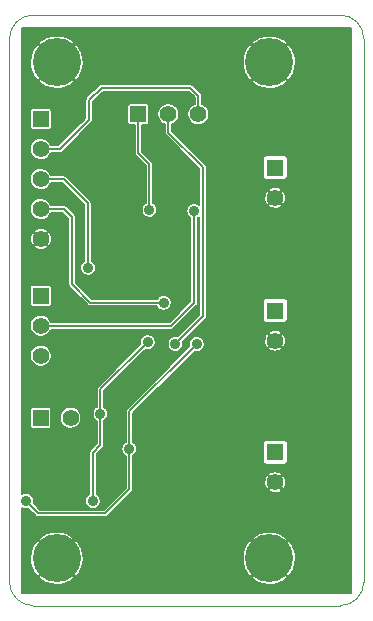
<source format=gbr>
G04 #@! TF.FileFunction,Copper,L2,Bot,Signal*
%FSLAX46Y46*%
G04 Gerber Fmt 4.6, Leading zero omitted, Abs format (unit mm)*
G04 Created by KiCad (PCBNEW 0.201505041002+5641~23~ubuntu14.04.1-product) date Wed 08 Jul 2015 08:46:07 AM PDT*
%MOMM*%
G01*
G04 APERTURE LIST*
%ADD10C,0.200000*%
%ADD11C,0.100000*%
%ADD12C,0.200000*%
%ADD13R,1.397000X1.397000*%
%ADD14C,1.397000*%
%ADD15C,4.064000*%
%ADD16C,0.889000*%
%ADD17C,0.150000*%
G04 APERTURE END LIST*
D10*
D11*
X128000000Y-100000000D02*
G75*
G03X130000000Y-98000000I0J2000000D01*
G01*
X100000000Y-98000000D02*
G75*
G03X102000000Y-100000000I2000000J0D01*
G01*
X130000000Y-52000000D02*
G75*
G03X128000000Y-50000000I-2000000J0D01*
G01*
X102000000Y-50000000D02*
G75*
G03X100000000Y-52000000I0J-2000000D01*
G01*
X128000000Y-50000000D02*
X102000000Y-50000000D01*
X130000000Y-98000000D02*
X130000000Y-52000000D01*
X102000000Y-100000000D02*
X128000000Y-100000000D01*
X100000000Y-52000000D02*
X100000000Y-98000000D01*
D12*
X119100000Y-75800000D03*
D13*
X122500000Y-62930000D03*
D14*
X122500000Y-65470000D03*
D15*
X104000000Y-54000000D03*
X122000000Y-54000000D03*
X104000000Y-96000000D03*
X122000000Y-96000000D03*
D13*
X102650000Y-58800000D03*
D14*
X102650000Y-61340000D03*
X102650000Y-63880000D03*
X102650000Y-66420000D03*
X102650000Y-68960000D03*
D13*
X102650000Y-73760000D03*
D14*
X102650000Y-76300000D03*
X102650000Y-78840000D03*
D13*
X110910000Y-58400000D03*
D14*
X113450000Y-58400000D03*
X115990000Y-58400000D03*
D13*
X122500000Y-75030000D03*
D14*
X122500000Y-77570000D03*
D13*
X122500000Y-87030000D03*
D14*
X122500000Y-89570000D03*
D13*
X102630000Y-84100000D03*
D14*
X105170000Y-84100000D03*
D12*
X116800000Y-64800000D03*
X116800000Y-65800000D03*
X116800000Y-66800000D03*
X116800000Y-67800000D03*
X116800000Y-68800000D03*
X116800000Y-69800000D03*
X116800000Y-70800000D03*
X116800000Y-71800000D03*
X116800000Y-72800000D03*
X116800000Y-73800000D03*
X116800000Y-74800000D03*
X116800000Y-75800000D03*
X116800000Y-76800000D03*
X116800000Y-77800000D03*
X116800000Y-78800000D03*
X116800000Y-79800000D03*
X116800000Y-80800000D03*
X116800000Y-81800000D03*
X116800000Y-82800000D03*
X116800000Y-83800000D03*
X118650000Y-85150000D03*
X114350000Y-89000000D03*
X114350000Y-88000000D03*
X114350000Y-87000000D03*
X114600000Y-86000000D03*
X115400000Y-85250000D03*
X116100000Y-84500000D03*
X119100000Y-83800000D03*
X119100000Y-82800000D03*
X119100000Y-81800000D03*
X119100000Y-80800000D03*
X119100000Y-79800000D03*
X119100000Y-78800000D03*
X119100000Y-77800000D03*
X119100000Y-76800000D03*
X117850000Y-85900000D03*
X116950000Y-86750000D03*
X116700000Y-88000000D03*
X116700000Y-89000000D03*
X116700000Y-90000000D03*
X116450000Y-91150000D03*
X115600000Y-91900000D03*
X114550000Y-92650000D03*
X111700000Y-92700000D03*
X112200000Y-93700000D03*
X112950000Y-94550000D03*
X113900000Y-95050000D03*
X115000000Y-95050000D03*
X116250000Y-94500000D03*
X117150000Y-93650000D03*
X117950000Y-92900000D03*
X118900000Y-91000000D03*
X118900000Y-90000000D03*
X118900000Y-89000000D03*
X118900000Y-88000000D03*
X119750000Y-87100000D03*
X120700000Y-86150000D03*
X121400000Y-84800000D03*
X118650000Y-92050000D03*
X121400000Y-83800000D03*
X121400000Y-82800000D03*
X121400000Y-81800000D03*
X121400000Y-80800000D03*
X121400000Y-79800000D03*
X119100000Y-74800000D03*
X119100000Y-73800000D03*
X119100000Y-72800000D03*
X119100000Y-71800000D03*
X119100000Y-70800000D03*
X119100000Y-69800000D03*
X119100000Y-68800000D03*
X119100000Y-67800000D03*
X119100000Y-66800000D03*
X119100000Y-65800000D03*
X119800000Y-65050000D03*
X120500000Y-64450000D03*
X117350000Y-64000000D03*
X118150000Y-63200000D03*
X119000000Y-62400000D03*
X119950000Y-61650000D03*
X108850000Y-92700000D03*
X108850000Y-93850000D03*
X109650000Y-95000000D03*
X110450000Y-95900000D03*
X111450000Y-97000000D03*
X113550000Y-97750000D03*
X114850000Y-97750000D03*
X116150000Y-97750000D03*
X117300000Y-97250000D03*
X118300000Y-96300000D03*
X119150000Y-95350000D03*
X112250000Y-97750000D03*
X121350000Y-92800000D03*
X121350000Y-91350000D03*
D16*
X106650000Y-71400000D03*
X115650000Y-66600000D03*
X111850000Y-66500000D03*
X113050000Y-74350000D03*
X111700000Y-77700000D03*
X107700000Y-83750000D03*
X107050000Y-91150000D03*
X101400000Y-91150000D03*
X110150000Y-86750000D03*
X115850000Y-77850000D03*
X114050000Y-77850000D03*
D10*
X104260000Y-61340000D02*
X106750000Y-58850000D01*
X106750000Y-58850000D02*
X106750000Y-57200000D01*
X106750000Y-57200000D02*
X107800000Y-56150000D01*
X107800000Y-56150000D02*
X115300000Y-56150000D01*
X115300000Y-56150000D02*
X115990000Y-56840000D01*
X115990000Y-56840000D02*
X115990000Y-58400000D01*
X102650000Y-61340000D02*
X104260000Y-61340000D01*
X104580000Y-63880000D02*
X106650000Y-65950000D01*
X106650000Y-65950000D02*
X106650000Y-71400000D01*
X102650000Y-63880000D02*
X104580000Y-63880000D01*
X113700000Y-76300000D02*
X115650000Y-74350000D01*
X115650000Y-74350000D02*
X115650000Y-66600000D01*
X102650000Y-76300000D02*
X113700000Y-76300000D01*
X110910000Y-61710000D02*
X111850000Y-62650000D01*
X111850000Y-62650000D02*
X111850000Y-66500000D01*
X110910000Y-58400000D02*
X110910000Y-61710000D01*
X104620000Y-66420000D02*
X105300000Y-67100000D01*
X105300000Y-67100000D02*
X105300000Y-72800000D01*
X105300000Y-72800000D02*
X106850000Y-74350000D01*
X106850000Y-74350000D02*
X113050000Y-74350000D01*
X102650000Y-66420000D02*
X104620000Y-66420000D01*
X111700000Y-77700000D02*
X107700000Y-81700000D01*
X107700000Y-81700000D02*
X107700000Y-83750000D01*
X107050000Y-91150000D02*
X107050000Y-87050000D01*
X107050000Y-87050000D02*
X107700000Y-86400000D01*
X107700000Y-86400000D02*
X107700000Y-83750000D01*
X101400000Y-91150000D02*
X102450000Y-92200000D01*
X102450000Y-92200000D02*
X108100000Y-92200000D01*
X108100000Y-92200000D02*
X110150000Y-90150000D01*
X110150000Y-90150000D02*
X110150000Y-86750000D01*
X115850000Y-77850000D02*
X110150000Y-83550000D01*
X110150000Y-83550000D02*
X110150000Y-86750000D01*
X113450000Y-59950000D02*
X116400000Y-62900000D01*
X116400000Y-62900000D02*
X116400000Y-75500000D01*
X116400000Y-75500000D02*
X114050000Y-77850000D01*
X113450000Y-58400000D02*
X113450000Y-59950000D01*
D17*
G36*
X128925000Y-98918934D02*
X128918934Y-98925000D01*
X124267016Y-98925000D01*
X124267016Y-96064052D01*
X124267016Y-54064052D01*
X124235952Y-53620548D01*
X124118962Y-53191626D01*
X123920541Y-52793770D01*
X123849370Y-52687256D01*
X123581466Y-52453890D01*
X123546110Y-52489245D01*
X123546110Y-52418534D01*
X123312744Y-52150630D01*
X122926725Y-51930062D01*
X122505093Y-51789040D01*
X122064052Y-51732984D01*
X121620548Y-51764048D01*
X121191626Y-51881038D01*
X120793770Y-52079459D01*
X120687256Y-52150630D01*
X120453890Y-52418534D01*
X122000000Y-53964645D01*
X123546110Y-52418534D01*
X123546110Y-52489245D01*
X122035355Y-54000000D01*
X123581466Y-55546110D01*
X123849370Y-55312744D01*
X124069938Y-54926725D01*
X124210960Y-54505093D01*
X124267016Y-54064052D01*
X124267016Y-96064052D01*
X124235952Y-95620548D01*
X124118962Y-95191626D01*
X123920541Y-94793770D01*
X123849370Y-94687256D01*
X123581466Y-94453890D01*
X123575314Y-94460041D01*
X123575314Y-87728500D01*
X123575314Y-86331500D01*
X123575314Y-75728500D01*
X123575314Y-74331500D01*
X123575314Y-63628500D01*
X123575314Y-62231500D01*
X123570368Y-62170648D01*
X123546110Y-62093068D01*
X123546110Y-55581466D01*
X122000000Y-54035355D01*
X121964645Y-54070710D01*
X121964645Y-54000000D01*
X120418534Y-52453890D01*
X120150630Y-52687256D01*
X119930062Y-53073275D01*
X119789040Y-53494907D01*
X119732984Y-53935948D01*
X119764048Y-54379452D01*
X119881038Y-54808374D01*
X120079459Y-55206230D01*
X120150630Y-55312744D01*
X120418534Y-55546110D01*
X121964645Y-54000000D01*
X121964645Y-54070710D01*
X120453890Y-55581466D01*
X120687256Y-55849370D01*
X121073275Y-56069938D01*
X121494907Y-56210960D01*
X121935948Y-56267016D01*
X122379452Y-56235952D01*
X122808374Y-56118962D01*
X123206230Y-55920541D01*
X123312744Y-55849370D01*
X123546110Y-55581466D01*
X123546110Y-62093068D01*
X123538792Y-62069665D01*
X123480386Y-61981441D01*
X123399755Y-61912932D01*
X123303257Y-61869540D01*
X123198500Y-61854686D01*
X121801500Y-61854686D01*
X121740648Y-61859632D01*
X121639665Y-61891208D01*
X121551441Y-61949614D01*
X121482932Y-62030245D01*
X121439540Y-62126743D01*
X121424686Y-62231500D01*
X121424686Y-63628500D01*
X121429632Y-63689352D01*
X121461208Y-63790335D01*
X121519614Y-63878559D01*
X121600245Y-63947068D01*
X121696743Y-63990460D01*
X121801500Y-64005314D01*
X123198500Y-64005314D01*
X123259352Y-64000368D01*
X123360335Y-63968792D01*
X123448559Y-63910386D01*
X123517068Y-63829755D01*
X123560460Y-63733257D01*
X123575314Y-63628500D01*
X123575314Y-74331500D01*
X123570368Y-74270648D01*
X123538792Y-74169665D01*
X123480386Y-74081441D01*
X123427897Y-74036843D01*
X123427897Y-65481437D01*
X123412299Y-65300193D01*
X123361641Y-65125476D01*
X123277872Y-64963998D01*
X123265164Y-64944978D01*
X123133822Y-64871534D01*
X123098466Y-64906889D01*
X123098466Y-64836178D01*
X123025022Y-64704836D01*
X122865658Y-64617112D01*
X122692241Y-64562164D01*
X122511437Y-64542103D01*
X122330193Y-64557701D01*
X122155476Y-64608359D01*
X121993998Y-64692128D01*
X121974978Y-64704836D01*
X121901534Y-64836178D01*
X122500000Y-65434645D01*
X123098466Y-64836178D01*
X123098466Y-64906889D01*
X122535355Y-65470000D01*
X123133822Y-66068466D01*
X123265164Y-65995022D01*
X123352888Y-65835658D01*
X123407836Y-65662241D01*
X123427897Y-65481437D01*
X123427897Y-74036843D01*
X123399755Y-74012932D01*
X123303257Y-73969540D01*
X123198500Y-73954686D01*
X123098466Y-73954686D01*
X123098466Y-66103822D01*
X122500000Y-65505355D01*
X122464645Y-65540710D01*
X122464645Y-65470000D01*
X121866178Y-64871534D01*
X121734836Y-64944978D01*
X121647112Y-65104342D01*
X121592164Y-65277759D01*
X121572103Y-65458563D01*
X121587701Y-65639807D01*
X121638359Y-65814524D01*
X121722128Y-65976002D01*
X121734836Y-65995022D01*
X121866178Y-66068466D01*
X122464645Y-65470000D01*
X122464645Y-65540710D01*
X121901534Y-66103822D01*
X121974978Y-66235164D01*
X122134342Y-66322888D01*
X122307759Y-66377836D01*
X122488563Y-66397897D01*
X122669807Y-66382299D01*
X122844524Y-66331641D01*
X123006002Y-66247872D01*
X123025022Y-66235164D01*
X123098466Y-66103822D01*
X123098466Y-73954686D01*
X121801500Y-73954686D01*
X121740648Y-73959632D01*
X121639665Y-73991208D01*
X121551441Y-74049614D01*
X121482932Y-74130245D01*
X121439540Y-74226743D01*
X121424686Y-74331500D01*
X121424686Y-75728500D01*
X121429632Y-75789352D01*
X121461208Y-75890335D01*
X121519614Y-75978559D01*
X121600245Y-76047068D01*
X121696743Y-76090460D01*
X121801500Y-76105314D01*
X123198500Y-76105314D01*
X123259352Y-76100368D01*
X123360335Y-76068792D01*
X123448559Y-76010386D01*
X123517068Y-75929755D01*
X123560460Y-75833257D01*
X123575314Y-75728500D01*
X123575314Y-86331500D01*
X123570368Y-86270648D01*
X123538792Y-86169665D01*
X123480386Y-86081441D01*
X123427897Y-86036843D01*
X123427897Y-77581437D01*
X123412299Y-77400193D01*
X123361641Y-77225476D01*
X123277872Y-77063998D01*
X123265164Y-77044978D01*
X123133822Y-76971534D01*
X123098466Y-77006889D01*
X123098466Y-76936178D01*
X123025022Y-76804836D01*
X122865658Y-76717112D01*
X122692241Y-76662164D01*
X122511437Y-76642103D01*
X122330193Y-76657701D01*
X122155476Y-76708359D01*
X121993998Y-76792128D01*
X121974978Y-76804836D01*
X121901534Y-76936178D01*
X122500000Y-77534645D01*
X123098466Y-76936178D01*
X123098466Y-77006889D01*
X122535355Y-77570000D01*
X123133822Y-78168466D01*
X123265164Y-78095022D01*
X123352888Y-77935658D01*
X123407836Y-77762241D01*
X123427897Y-77581437D01*
X123427897Y-86036843D01*
X123399755Y-86012932D01*
X123303257Y-85969540D01*
X123198500Y-85954686D01*
X123098466Y-85954686D01*
X123098466Y-78203822D01*
X122500000Y-77605355D01*
X122464645Y-77640710D01*
X122464645Y-77570000D01*
X121866178Y-76971534D01*
X121734836Y-77044978D01*
X121647112Y-77204342D01*
X121592164Y-77377759D01*
X121572103Y-77558563D01*
X121587701Y-77739807D01*
X121638359Y-77914524D01*
X121722128Y-78076002D01*
X121734836Y-78095022D01*
X121866178Y-78168466D01*
X122464645Y-77570000D01*
X122464645Y-77640710D01*
X121901534Y-78203822D01*
X121974978Y-78335164D01*
X122134342Y-78422888D01*
X122307759Y-78477836D01*
X122488563Y-78497897D01*
X122669807Y-78482299D01*
X122844524Y-78431641D01*
X123006002Y-78347872D01*
X123025022Y-78335164D01*
X123098466Y-78203822D01*
X123098466Y-85954686D01*
X121801500Y-85954686D01*
X121740648Y-85959632D01*
X121639665Y-85991208D01*
X121551441Y-86049614D01*
X121482932Y-86130245D01*
X121439540Y-86226743D01*
X121424686Y-86331500D01*
X121424686Y-87728500D01*
X121429632Y-87789352D01*
X121461208Y-87890335D01*
X121519614Y-87978559D01*
X121600245Y-88047068D01*
X121696743Y-88090460D01*
X121801500Y-88105314D01*
X123198500Y-88105314D01*
X123259352Y-88100368D01*
X123360335Y-88068792D01*
X123448559Y-88010386D01*
X123517068Y-87929755D01*
X123560460Y-87833257D01*
X123575314Y-87728500D01*
X123575314Y-94460041D01*
X123546110Y-94489245D01*
X123546110Y-94418534D01*
X123427897Y-94282825D01*
X123427897Y-89581437D01*
X123412299Y-89400193D01*
X123361641Y-89225476D01*
X123277872Y-89063998D01*
X123265164Y-89044978D01*
X123133822Y-88971534D01*
X123098466Y-89006889D01*
X123098466Y-88936178D01*
X123025022Y-88804836D01*
X122865658Y-88717112D01*
X122692241Y-88662164D01*
X122511437Y-88642103D01*
X122330193Y-88657701D01*
X122155476Y-88708359D01*
X121993998Y-88792128D01*
X121974978Y-88804836D01*
X121901534Y-88936178D01*
X122500000Y-89534645D01*
X123098466Y-88936178D01*
X123098466Y-89006889D01*
X122535355Y-89570000D01*
X123133822Y-90168466D01*
X123265164Y-90095022D01*
X123352888Y-89935658D01*
X123407836Y-89762241D01*
X123427897Y-89581437D01*
X123427897Y-94282825D01*
X123312744Y-94150630D01*
X123098466Y-94028193D01*
X123098466Y-90203822D01*
X122500000Y-89605355D01*
X122464645Y-89640710D01*
X122464645Y-89570000D01*
X121866178Y-88971534D01*
X121734836Y-89044978D01*
X121647112Y-89204342D01*
X121592164Y-89377759D01*
X121572103Y-89558563D01*
X121587701Y-89739807D01*
X121638359Y-89914524D01*
X121722128Y-90076002D01*
X121734836Y-90095022D01*
X121866178Y-90168466D01*
X122464645Y-89570000D01*
X122464645Y-89640710D01*
X121901534Y-90203822D01*
X121974978Y-90335164D01*
X122134342Y-90422888D01*
X122307759Y-90477836D01*
X122488563Y-90497897D01*
X122669807Y-90482299D01*
X122844524Y-90431641D01*
X123006002Y-90347872D01*
X123025022Y-90335164D01*
X123098466Y-90203822D01*
X123098466Y-94028193D01*
X122926725Y-93930062D01*
X122505093Y-93789040D01*
X122064052Y-93732984D01*
X121620548Y-93764048D01*
X121191626Y-93881038D01*
X120793770Y-94079459D01*
X120687256Y-94150630D01*
X120453890Y-94418534D01*
X122000000Y-95964645D01*
X123546110Y-94418534D01*
X123546110Y-94489245D01*
X122035355Y-96000000D01*
X123581466Y-97546110D01*
X123849370Y-97312744D01*
X124069938Y-96926725D01*
X124210960Y-96505093D01*
X124267016Y-96064052D01*
X124267016Y-98925000D01*
X123546110Y-98925000D01*
X123546110Y-97581466D01*
X122000000Y-96035355D01*
X121964645Y-96070710D01*
X121964645Y-96000000D01*
X120418534Y-94453890D01*
X120150630Y-94687256D01*
X119930062Y-95073275D01*
X119789040Y-95494907D01*
X119732984Y-95935948D01*
X119764048Y-96379452D01*
X119881038Y-96808374D01*
X120079459Y-97206230D01*
X120150630Y-97312744D01*
X120418534Y-97546110D01*
X121964645Y-96000000D01*
X121964645Y-96070710D01*
X120453890Y-97581466D01*
X120687256Y-97849370D01*
X121073275Y-98069938D01*
X121494907Y-98210960D01*
X121935948Y-98267016D01*
X122379452Y-98235952D01*
X122808374Y-98118962D01*
X123206230Y-97920541D01*
X123312744Y-97849370D01*
X123546110Y-97581466D01*
X123546110Y-98925000D01*
X116913539Y-98925000D01*
X116913539Y-58309446D01*
X116878362Y-58131788D01*
X116809347Y-57964345D01*
X116709124Y-57813497D01*
X116581509Y-57684988D01*
X116431364Y-57583714D01*
X116315000Y-57534798D01*
X116315000Y-56840000D01*
X116312071Y-56810139D01*
X116309454Y-56780215D01*
X116308976Y-56778571D01*
X116308810Y-56776874D01*
X116300151Y-56748195D01*
X116291758Y-56719305D01*
X116290969Y-56717784D01*
X116290477Y-56716152D01*
X116276391Y-56689661D01*
X116262567Y-56662992D01*
X116261501Y-56661657D01*
X116260699Y-56660148D01*
X116241725Y-56636884D01*
X116222996Y-56613422D01*
X116220649Y-56611042D01*
X116220610Y-56610994D01*
X116220565Y-56610957D01*
X116219809Y-56610190D01*
X115529810Y-55920190D01*
X115506611Y-55901135D01*
X115483614Y-55881838D01*
X115482116Y-55881014D01*
X115480796Y-55879930D01*
X115454345Y-55865747D01*
X115428031Y-55851281D01*
X115426400Y-55850763D01*
X115424896Y-55849957D01*
X115396198Y-55841183D01*
X115367571Y-55832102D01*
X115365872Y-55831911D01*
X115364239Y-55831412D01*
X115334364Y-55828377D01*
X115304538Y-55825032D01*
X115301197Y-55825008D01*
X115301134Y-55825002D01*
X115301074Y-55825007D01*
X115300000Y-55825000D01*
X107800000Y-55825000D01*
X107770184Y-55827923D01*
X107740215Y-55830546D01*
X107738571Y-55831023D01*
X107736874Y-55831190D01*
X107708195Y-55839848D01*
X107679305Y-55848242D01*
X107677784Y-55849030D01*
X107676152Y-55849523D01*
X107649700Y-55863587D01*
X107622992Y-55877432D01*
X107621653Y-55878500D01*
X107620148Y-55879301D01*
X107596912Y-55898251D01*
X107573422Y-55917004D01*
X107571037Y-55919354D01*
X107570994Y-55919390D01*
X107570960Y-55919430D01*
X107570190Y-55920190D01*
X106520190Y-56970190D01*
X106501135Y-56993388D01*
X106481838Y-57016386D01*
X106481014Y-57017883D01*
X106479930Y-57019204D01*
X106465747Y-57045654D01*
X106451281Y-57071969D01*
X106450763Y-57073599D01*
X106449957Y-57075104D01*
X106441183Y-57103801D01*
X106432102Y-57132429D01*
X106431911Y-57134127D01*
X106431412Y-57135761D01*
X106428377Y-57165635D01*
X106425032Y-57195462D01*
X106425008Y-57198802D01*
X106425002Y-57198866D01*
X106425007Y-57198925D01*
X106425000Y-57200000D01*
X106425000Y-58715380D01*
X106267016Y-58873364D01*
X106267016Y-54064052D01*
X106235952Y-53620548D01*
X106118962Y-53191626D01*
X105920541Y-52793770D01*
X105849370Y-52687256D01*
X105581466Y-52453890D01*
X105546110Y-52489245D01*
X105546110Y-52418534D01*
X105312744Y-52150630D01*
X104926725Y-51930062D01*
X104505093Y-51789040D01*
X104064052Y-51732984D01*
X103620548Y-51764048D01*
X103191626Y-51881038D01*
X102793770Y-52079459D01*
X102687256Y-52150630D01*
X102453890Y-52418534D01*
X104000000Y-53964645D01*
X105546110Y-52418534D01*
X105546110Y-52489245D01*
X104035355Y-54000000D01*
X105581466Y-55546110D01*
X105849370Y-55312744D01*
X106069938Y-54926725D01*
X106210960Y-54505093D01*
X106267016Y-54064052D01*
X106267016Y-58873364D01*
X105546110Y-59594270D01*
X105546110Y-55581466D01*
X104000000Y-54035355D01*
X103964645Y-54070710D01*
X103964645Y-54000000D01*
X102418534Y-52453890D01*
X102150630Y-52687256D01*
X101930062Y-53073275D01*
X101789040Y-53494907D01*
X101732984Y-53935948D01*
X101764048Y-54379452D01*
X101881038Y-54808374D01*
X102079459Y-55206230D01*
X102150630Y-55312744D01*
X102418534Y-55546110D01*
X103964645Y-54000000D01*
X103964645Y-54070710D01*
X102453890Y-55581466D01*
X102687256Y-55849370D01*
X103073275Y-56069938D01*
X103494907Y-56210960D01*
X103935948Y-56267016D01*
X104379452Y-56235952D01*
X104808374Y-56118962D01*
X105206230Y-55920541D01*
X105312744Y-55849370D01*
X105546110Y-55581466D01*
X105546110Y-59594270D01*
X104125380Y-61015000D01*
X103574589Y-61015000D01*
X103574589Y-59498500D01*
X103574589Y-58101500D01*
X103571621Y-58064989D01*
X103552675Y-58004399D01*
X103517631Y-57951464D01*
X103469253Y-57910359D01*
X103411354Y-57884324D01*
X103348500Y-57875411D01*
X101951500Y-57875411D01*
X101914989Y-57878379D01*
X101854399Y-57897325D01*
X101801464Y-57932369D01*
X101760359Y-57980747D01*
X101734324Y-58038646D01*
X101725411Y-58101500D01*
X101725411Y-59498500D01*
X101728379Y-59535011D01*
X101747325Y-59595601D01*
X101782369Y-59648536D01*
X101830747Y-59689641D01*
X101888646Y-59715676D01*
X101951500Y-59724589D01*
X103348500Y-59724589D01*
X103385011Y-59721621D01*
X103445601Y-59702675D01*
X103498536Y-59667631D01*
X103539641Y-59619253D01*
X103565676Y-59561354D01*
X103574589Y-59498500D01*
X103574589Y-61015000D01*
X103514955Y-61015000D01*
X103469347Y-60904345D01*
X103369124Y-60753497D01*
X103241509Y-60624988D01*
X103091364Y-60523714D01*
X102924408Y-60453532D01*
X102746999Y-60417116D01*
X102565896Y-60415851D01*
X102387996Y-60449787D01*
X102220076Y-60517631D01*
X102068532Y-60616799D01*
X101939135Y-60743514D01*
X101836815Y-60892948D01*
X101765470Y-61059410D01*
X101727815Y-61236560D01*
X101725287Y-61417650D01*
X101757980Y-61595783D01*
X101824650Y-61764172D01*
X101922758Y-61916405D01*
X102048565Y-62046683D01*
X102197282Y-62150044D01*
X102363242Y-62222550D01*
X102540125Y-62261440D01*
X102721193Y-62265233D01*
X102899549Y-62233784D01*
X103068400Y-62168291D01*
X103221314Y-62071249D01*
X103352467Y-61946353D01*
X103456863Y-61798362D01*
X103516240Y-61665000D01*
X104260000Y-61665000D01*
X104289819Y-61662075D01*
X104319784Y-61659454D01*
X104321427Y-61658976D01*
X104323126Y-61658810D01*
X104351817Y-61650147D01*
X104380695Y-61641758D01*
X104382215Y-61640969D01*
X104383848Y-61640477D01*
X104410299Y-61626412D01*
X104437008Y-61612568D01*
X104438346Y-61611499D01*
X104439852Y-61610699D01*
X104463087Y-61591748D01*
X104486578Y-61572996D01*
X104488962Y-61570645D01*
X104489006Y-61570610D01*
X104489039Y-61570569D01*
X104489810Y-61569810D01*
X106979810Y-59079810D01*
X106998864Y-59056611D01*
X107018162Y-59033614D01*
X107018985Y-59032116D01*
X107020070Y-59030796D01*
X107034242Y-59004364D01*
X107048719Y-58978031D01*
X107049236Y-58976398D01*
X107050043Y-58974895D01*
X107058808Y-58946224D01*
X107067898Y-58917571D01*
X107068088Y-58915871D01*
X107068588Y-58914238D01*
X107071621Y-58884369D01*
X107074968Y-58854538D01*
X107074991Y-58851197D01*
X107074998Y-58851134D01*
X107074992Y-58851074D01*
X107075000Y-58850000D01*
X107075000Y-57334620D01*
X107934620Y-56475000D01*
X115165380Y-56475000D01*
X115665000Y-56974619D01*
X115665000Y-57535239D01*
X115560076Y-57577631D01*
X115408532Y-57676799D01*
X115279135Y-57803514D01*
X115176815Y-57952948D01*
X115105470Y-58119410D01*
X115067815Y-58296560D01*
X115065287Y-58477650D01*
X115097980Y-58655783D01*
X115164650Y-58824172D01*
X115262758Y-58976405D01*
X115388565Y-59106683D01*
X115537282Y-59210044D01*
X115703242Y-59282550D01*
X115880125Y-59321440D01*
X116061193Y-59325233D01*
X116239549Y-59293784D01*
X116408400Y-59228291D01*
X116561314Y-59131249D01*
X116692467Y-59006353D01*
X116796863Y-58858362D01*
X116870527Y-58692912D01*
X116910651Y-58516305D01*
X116913539Y-58309446D01*
X116913539Y-98925000D01*
X116725000Y-98925000D01*
X116725000Y-75500000D01*
X116725000Y-62900000D01*
X116722075Y-62870180D01*
X116719454Y-62840216D01*
X116718976Y-62838572D01*
X116718810Y-62836874D01*
X116710147Y-62808182D01*
X116701758Y-62779305D01*
X116700969Y-62777784D01*
X116700477Y-62776152D01*
X116686412Y-62749700D01*
X116672568Y-62722992D01*
X116671499Y-62721653D01*
X116670699Y-62720148D01*
X116651748Y-62696912D01*
X116632996Y-62673422D01*
X116630645Y-62671037D01*
X116630610Y-62670994D01*
X116630569Y-62670960D01*
X116629810Y-62670190D01*
X113775000Y-59815380D01*
X113775000Y-59264518D01*
X113868400Y-59228291D01*
X114021314Y-59131249D01*
X114152467Y-59006353D01*
X114256863Y-58858362D01*
X114330527Y-58692912D01*
X114370651Y-58516305D01*
X114373539Y-58309446D01*
X114338362Y-58131788D01*
X114269347Y-57964345D01*
X114169124Y-57813497D01*
X114041509Y-57684988D01*
X113891364Y-57583714D01*
X113724408Y-57513532D01*
X113546999Y-57477116D01*
X113365896Y-57475851D01*
X113187996Y-57509787D01*
X113020076Y-57577631D01*
X112868532Y-57676799D01*
X112739135Y-57803514D01*
X112636815Y-57952948D01*
X112565470Y-58119410D01*
X112527815Y-58296560D01*
X112525287Y-58477650D01*
X112557980Y-58655783D01*
X112624650Y-58824172D01*
X112722758Y-58976405D01*
X112848565Y-59106683D01*
X112997282Y-59210044D01*
X113125000Y-59265842D01*
X113125000Y-59950000D01*
X113127924Y-59979819D01*
X113130546Y-60009784D01*
X113131023Y-60011427D01*
X113131190Y-60013126D01*
X113139852Y-60041817D01*
X113148242Y-60070695D01*
X113149030Y-60072215D01*
X113149523Y-60073848D01*
X113163587Y-60100299D01*
X113177432Y-60127008D01*
X113178500Y-60128346D01*
X113179301Y-60129852D01*
X113198251Y-60153087D01*
X113217004Y-60176578D01*
X113219354Y-60178962D01*
X113219390Y-60179006D01*
X113219430Y-60179039D01*
X113220190Y-60179810D01*
X116075000Y-63034620D01*
X116075000Y-66079069D01*
X115969971Y-66008226D01*
X115848934Y-65957347D01*
X115720320Y-65930946D01*
X115589028Y-65930030D01*
X115460058Y-65954632D01*
X115338323Y-66003816D01*
X115228459Y-66075709D01*
X115134652Y-66167572D01*
X115060474Y-66275906D01*
X115008751Y-66396584D01*
X114981454Y-66525011D01*
X114979620Y-66656293D01*
X115003322Y-66785432D01*
X115051655Y-66907508D01*
X115122779Y-67017870D01*
X115213984Y-67112317D01*
X115321798Y-67187249D01*
X115325000Y-67188647D01*
X115325000Y-74215380D01*
X113719528Y-75820852D01*
X113719528Y-74284352D01*
X113694026Y-74155557D01*
X113643993Y-74034168D01*
X113571335Y-73924809D01*
X113478820Y-73831646D01*
X113369971Y-73758226D01*
X113248934Y-73707347D01*
X113120320Y-73680946D01*
X112989028Y-73680030D01*
X112860058Y-73704632D01*
X112738323Y-73753816D01*
X112628459Y-73825709D01*
X112534652Y-73917572D01*
X112519528Y-73939659D01*
X112519528Y-66434352D01*
X112494026Y-66305557D01*
X112443993Y-66184168D01*
X112371335Y-66074809D01*
X112278820Y-65981646D01*
X112175000Y-65911618D01*
X112175000Y-62650000D01*
X112172075Y-62620180D01*
X112169454Y-62590216D01*
X112168976Y-62588572D01*
X112168810Y-62586874D01*
X112160143Y-62558169D01*
X112151758Y-62529306D01*
X112150970Y-62527786D01*
X112150477Y-62526152D01*
X112136402Y-62499682D01*
X112122568Y-62472992D01*
X112121499Y-62471653D01*
X112120699Y-62470148D01*
X112101748Y-62446912D01*
X112082996Y-62423422D01*
X112080645Y-62421037D01*
X112080610Y-62420994D01*
X112080569Y-62420960D01*
X112079810Y-62420190D01*
X111235000Y-61575380D01*
X111235000Y-59324589D01*
X111608500Y-59324589D01*
X111645011Y-59321621D01*
X111705601Y-59302675D01*
X111758536Y-59267631D01*
X111799641Y-59219253D01*
X111825676Y-59161354D01*
X111834589Y-59098500D01*
X111834589Y-57701500D01*
X111831621Y-57664989D01*
X111812675Y-57604399D01*
X111777631Y-57551464D01*
X111729253Y-57510359D01*
X111671354Y-57484324D01*
X111608500Y-57475411D01*
X110211500Y-57475411D01*
X110174989Y-57478379D01*
X110114399Y-57497325D01*
X110061464Y-57532369D01*
X110020359Y-57580747D01*
X109994324Y-57638646D01*
X109985411Y-57701500D01*
X109985411Y-59098500D01*
X109988379Y-59135011D01*
X110007325Y-59195601D01*
X110042369Y-59248536D01*
X110090747Y-59289641D01*
X110148646Y-59315676D01*
X110211500Y-59324589D01*
X110585000Y-59324589D01*
X110585000Y-61710000D01*
X110587924Y-61739819D01*
X110590546Y-61769784D01*
X110591023Y-61771427D01*
X110591190Y-61773126D01*
X110599852Y-61801817D01*
X110608242Y-61830695D01*
X110609030Y-61832215D01*
X110609523Y-61833848D01*
X110623587Y-61860299D01*
X110637432Y-61887008D01*
X110638500Y-61888346D01*
X110639301Y-61889852D01*
X110658251Y-61913087D01*
X110677004Y-61936578D01*
X110679354Y-61938962D01*
X110679390Y-61939006D01*
X110679430Y-61939039D01*
X110680190Y-61939810D01*
X111525000Y-62784620D01*
X111525000Y-65912534D01*
X111428459Y-65975709D01*
X111334652Y-66067572D01*
X111260474Y-66175906D01*
X111208751Y-66296584D01*
X111181454Y-66425011D01*
X111179620Y-66556293D01*
X111203322Y-66685432D01*
X111251655Y-66807508D01*
X111322779Y-66917870D01*
X111413984Y-67012317D01*
X111521798Y-67087249D01*
X111642112Y-67139813D01*
X111770345Y-67168007D01*
X111901612Y-67170756D01*
X112030913Y-67147957D01*
X112153323Y-67100477D01*
X112264179Y-67030126D01*
X112359260Y-66939582D01*
X112434943Y-66832294D01*
X112488346Y-66712349D01*
X112517434Y-66584317D01*
X112519528Y-66434352D01*
X112519528Y-73939659D01*
X112461094Y-74025000D01*
X107319528Y-74025000D01*
X107319528Y-71334352D01*
X107294026Y-71205557D01*
X107243993Y-71084168D01*
X107171335Y-70974809D01*
X107078820Y-70881646D01*
X106975000Y-70811618D01*
X106975000Y-65950000D01*
X106972076Y-65920184D01*
X106969454Y-65890215D01*
X106968976Y-65888571D01*
X106968810Y-65886874D01*
X106960151Y-65858195D01*
X106951758Y-65829305D01*
X106950969Y-65827784D01*
X106950477Y-65826152D01*
X106936412Y-65799700D01*
X106922568Y-65772992D01*
X106921499Y-65771653D01*
X106920699Y-65770148D01*
X106901748Y-65746912D01*
X106882996Y-65723422D01*
X106880645Y-65721037D01*
X106880610Y-65720994D01*
X106880569Y-65720960D01*
X106879810Y-65720190D01*
X104809810Y-63650190D01*
X104786611Y-63631135D01*
X104763614Y-63611838D01*
X104762116Y-63611014D01*
X104760796Y-63609930D01*
X104734345Y-63595747D01*
X104708031Y-63581281D01*
X104706400Y-63580763D01*
X104704896Y-63579957D01*
X104676198Y-63571183D01*
X104647571Y-63562102D01*
X104645872Y-63561911D01*
X104644239Y-63561412D01*
X104614364Y-63558377D01*
X104584538Y-63555032D01*
X104581197Y-63555008D01*
X104581134Y-63555002D01*
X104581074Y-63555007D01*
X104580000Y-63555000D01*
X103514955Y-63555000D01*
X103469347Y-63444345D01*
X103369124Y-63293497D01*
X103241509Y-63164988D01*
X103091364Y-63063714D01*
X102924408Y-62993532D01*
X102746999Y-62957116D01*
X102565896Y-62955851D01*
X102387996Y-62989787D01*
X102220076Y-63057631D01*
X102068532Y-63156799D01*
X101939135Y-63283514D01*
X101836815Y-63432948D01*
X101765470Y-63599410D01*
X101727815Y-63776560D01*
X101725287Y-63957650D01*
X101757980Y-64135783D01*
X101824650Y-64304172D01*
X101922758Y-64456405D01*
X102048565Y-64586683D01*
X102197282Y-64690044D01*
X102363242Y-64762550D01*
X102540125Y-64801440D01*
X102721193Y-64805233D01*
X102899549Y-64773784D01*
X103068400Y-64708291D01*
X103221314Y-64611249D01*
X103352467Y-64486353D01*
X103456863Y-64338362D01*
X103516240Y-64205000D01*
X104445380Y-64205000D01*
X106325000Y-66084620D01*
X106325000Y-70812534D01*
X106228459Y-70875709D01*
X106134652Y-70967572D01*
X106060474Y-71075906D01*
X106008751Y-71196584D01*
X105981454Y-71325011D01*
X105979620Y-71456293D01*
X106003322Y-71585432D01*
X106051655Y-71707508D01*
X106122779Y-71817870D01*
X106213984Y-71912317D01*
X106321798Y-71987249D01*
X106442112Y-72039813D01*
X106570345Y-72068007D01*
X106701612Y-72070756D01*
X106830913Y-72047957D01*
X106953323Y-72000477D01*
X107064179Y-71930126D01*
X107159260Y-71839582D01*
X107234943Y-71732294D01*
X107288346Y-71612349D01*
X107317434Y-71484317D01*
X107319528Y-71334352D01*
X107319528Y-74025000D01*
X106984620Y-74025000D01*
X105625000Y-72665380D01*
X105625000Y-67100000D01*
X105622076Y-67070184D01*
X105619454Y-67040215D01*
X105618976Y-67038571D01*
X105618810Y-67036874D01*
X105610151Y-67008195D01*
X105601758Y-66979305D01*
X105600969Y-66977784D01*
X105600477Y-66976152D01*
X105586412Y-66949700D01*
X105572568Y-66922992D01*
X105571499Y-66921653D01*
X105570699Y-66920148D01*
X105551748Y-66896912D01*
X105532996Y-66873422D01*
X105530645Y-66871037D01*
X105530610Y-66870994D01*
X105530569Y-66870960D01*
X105529810Y-66870190D01*
X104849810Y-66190190D01*
X104826611Y-66171135D01*
X104803614Y-66151838D01*
X104802116Y-66151014D01*
X104800796Y-66149930D01*
X104774345Y-66135747D01*
X104748031Y-66121281D01*
X104746400Y-66120763D01*
X104744896Y-66119957D01*
X104716198Y-66111183D01*
X104687571Y-66102102D01*
X104685872Y-66101911D01*
X104684239Y-66101412D01*
X104654364Y-66098377D01*
X104624538Y-66095032D01*
X104621197Y-66095008D01*
X104621134Y-66095002D01*
X104621074Y-66095007D01*
X104620000Y-66095000D01*
X103514955Y-66095000D01*
X103469347Y-65984345D01*
X103369124Y-65833497D01*
X103241509Y-65704988D01*
X103091364Y-65603714D01*
X102924408Y-65533532D01*
X102746999Y-65497116D01*
X102565896Y-65495851D01*
X102387996Y-65529787D01*
X102220076Y-65597631D01*
X102068532Y-65696799D01*
X101939135Y-65823514D01*
X101836815Y-65972948D01*
X101765470Y-66139410D01*
X101727815Y-66316560D01*
X101725287Y-66497650D01*
X101757980Y-66675783D01*
X101824650Y-66844172D01*
X101922758Y-66996405D01*
X102048565Y-67126683D01*
X102197282Y-67230044D01*
X102363242Y-67302550D01*
X102540125Y-67341440D01*
X102721193Y-67345233D01*
X102899549Y-67313784D01*
X103068400Y-67248291D01*
X103221314Y-67151249D01*
X103352467Y-67026353D01*
X103456863Y-66878362D01*
X103516240Y-66745000D01*
X104485380Y-66745000D01*
X104975000Y-67234620D01*
X104975000Y-72800000D01*
X104977924Y-72829819D01*
X104980546Y-72859784D01*
X104981023Y-72861427D01*
X104981190Y-72863126D01*
X104989852Y-72891817D01*
X104998242Y-72920695D01*
X104999030Y-72922215D01*
X104999523Y-72923848D01*
X105013587Y-72950299D01*
X105027432Y-72977008D01*
X105028500Y-72978346D01*
X105029301Y-72979852D01*
X105048251Y-73003087D01*
X105067004Y-73026578D01*
X105069354Y-73028962D01*
X105069390Y-73029006D01*
X105069430Y-73029039D01*
X105070190Y-73029810D01*
X106620190Y-74579810D01*
X106643388Y-74598864D01*
X106666386Y-74618162D01*
X106667883Y-74618985D01*
X106669204Y-74620070D01*
X106695654Y-74634252D01*
X106721969Y-74648719D01*
X106723599Y-74649236D01*
X106725104Y-74650043D01*
X106753801Y-74658816D01*
X106782429Y-74667898D01*
X106784127Y-74668088D01*
X106785761Y-74668588D01*
X106815635Y-74671622D01*
X106845462Y-74674968D01*
X106848802Y-74674991D01*
X106848866Y-74674998D01*
X106848925Y-74674992D01*
X106850000Y-74675000D01*
X112462927Y-74675000D01*
X112522779Y-74767870D01*
X112613984Y-74862317D01*
X112721798Y-74937249D01*
X112842112Y-74989813D01*
X112970345Y-75018007D01*
X113101612Y-75020756D01*
X113230913Y-74997957D01*
X113353323Y-74950477D01*
X113464179Y-74880126D01*
X113559260Y-74789582D01*
X113634943Y-74682294D01*
X113688346Y-74562349D01*
X113717434Y-74434317D01*
X113719528Y-74284352D01*
X113719528Y-75820852D01*
X113565380Y-75975000D01*
X103577897Y-75975000D01*
X103577897Y-68971437D01*
X103562299Y-68790193D01*
X103511641Y-68615476D01*
X103427872Y-68453998D01*
X103415164Y-68434978D01*
X103283822Y-68361534D01*
X103248466Y-68396889D01*
X103248466Y-68326178D01*
X103175022Y-68194836D01*
X103015658Y-68107112D01*
X102842241Y-68052164D01*
X102661437Y-68032103D01*
X102480193Y-68047701D01*
X102305476Y-68098359D01*
X102143998Y-68182128D01*
X102124978Y-68194836D01*
X102051534Y-68326178D01*
X102650000Y-68924645D01*
X103248466Y-68326178D01*
X103248466Y-68396889D01*
X102685355Y-68960000D01*
X103283822Y-69558466D01*
X103415164Y-69485022D01*
X103502888Y-69325658D01*
X103557836Y-69152241D01*
X103577897Y-68971437D01*
X103577897Y-75975000D01*
X103574589Y-75975000D01*
X103574589Y-74458500D01*
X103574589Y-73061500D01*
X103571621Y-73024989D01*
X103552675Y-72964399D01*
X103517631Y-72911464D01*
X103469253Y-72870359D01*
X103411354Y-72844324D01*
X103348500Y-72835411D01*
X103248466Y-72835411D01*
X103248466Y-69593822D01*
X102650000Y-68995355D01*
X102614645Y-69030710D01*
X102614645Y-68960000D01*
X102016178Y-68361534D01*
X101884836Y-68434978D01*
X101797112Y-68594342D01*
X101742164Y-68767759D01*
X101722103Y-68948563D01*
X101737701Y-69129807D01*
X101788359Y-69304524D01*
X101872128Y-69466002D01*
X101884836Y-69485022D01*
X102016178Y-69558466D01*
X102614645Y-68960000D01*
X102614645Y-69030710D01*
X102051534Y-69593822D01*
X102124978Y-69725164D01*
X102284342Y-69812888D01*
X102457759Y-69867836D01*
X102638563Y-69887897D01*
X102819807Y-69872299D01*
X102994524Y-69821641D01*
X103156002Y-69737872D01*
X103175022Y-69725164D01*
X103248466Y-69593822D01*
X103248466Y-72835411D01*
X101951500Y-72835411D01*
X101914989Y-72838379D01*
X101854399Y-72857325D01*
X101801464Y-72892369D01*
X101760359Y-72940747D01*
X101734324Y-72998646D01*
X101725411Y-73061500D01*
X101725411Y-74458500D01*
X101728379Y-74495011D01*
X101747325Y-74555601D01*
X101782369Y-74608536D01*
X101830747Y-74649641D01*
X101888646Y-74675676D01*
X101951500Y-74684589D01*
X103348500Y-74684589D01*
X103385011Y-74681621D01*
X103445601Y-74662675D01*
X103498536Y-74627631D01*
X103539641Y-74579253D01*
X103565676Y-74521354D01*
X103574589Y-74458500D01*
X103574589Y-75975000D01*
X103514955Y-75975000D01*
X103469347Y-75864345D01*
X103369124Y-75713497D01*
X103241509Y-75584988D01*
X103091364Y-75483714D01*
X102924408Y-75413532D01*
X102746999Y-75377116D01*
X102565896Y-75375851D01*
X102387996Y-75409787D01*
X102220076Y-75477631D01*
X102068532Y-75576799D01*
X101939135Y-75703514D01*
X101836815Y-75852948D01*
X101765470Y-76019410D01*
X101727815Y-76196560D01*
X101725287Y-76377650D01*
X101757980Y-76555783D01*
X101824650Y-76724172D01*
X101922758Y-76876405D01*
X102048565Y-77006683D01*
X102197282Y-77110044D01*
X102363242Y-77182550D01*
X102540125Y-77221440D01*
X102721193Y-77225233D01*
X102899549Y-77193784D01*
X103068400Y-77128291D01*
X103221314Y-77031249D01*
X103352467Y-76906353D01*
X103456863Y-76758362D01*
X103516240Y-76625000D01*
X113700000Y-76625000D01*
X113729819Y-76622075D01*
X113759784Y-76619454D01*
X113761427Y-76618976D01*
X113763126Y-76618810D01*
X113791817Y-76610147D01*
X113820695Y-76601758D01*
X113822215Y-76600969D01*
X113823848Y-76600477D01*
X113850299Y-76586412D01*
X113877008Y-76572568D01*
X113878346Y-76571499D01*
X113879852Y-76570699D01*
X113903087Y-76551748D01*
X113926578Y-76532996D01*
X113928962Y-76530645D01*
X113929006Y-76530610D01*
X113929039Y-76530569D01*
X113929810Y-76529810D01*
X115879809Y-74579810D01*
X115898817Y-74556668D01*
X115918162Y-74533614D01*
X115918987Y-74532113D01*
X115920069Y-74530796D01*
X115934230Y-74504384D01*
X115948719Y-74478031D01*
X115949236Y-74476400D01*
X115950043Y-74474896D01*
X115958803Y-74446239D01*
X115967898Y-74417571D01*
X115968089Y-74415867D01*
X115968587Y-74414239D01*
X115971612Y-74384454D01*
X115974968Y-74354538D01*
X115974991Y-74351187D01*
X115974997Y-74351135D01*
X115974992Y-74351085D01*
X115975000Y-74350000D01*
X115975000Y-67186720D01*
X116064179Y-67130126D01*
X116075000Y-67119821D01*
X116075000Y-75365380D01*
X114235741Y-77204638D01*
X114120320Y-77180946D01*
X113989028Y-77180030D01*
X113860058Y-77204632D01*
X113738323Y-77253816D01*
X113628459Y-77325709D01*
X113534652Y-77417572D01*
X113460474Y-77525906D01*
X113408751Y-77646584D01*
X113381454Y-77775011D01*
X113379620Y-77906293D01*
X113403322Y-78035432D01*
X113451655Y-78157508D01*
X113522779Y-78267870D01*
X113613984Y-78362317D01*
X113721798Y-78437249D01*
X113842112Y-78489813D01*
X113970345Y-78518007D01*
X114101612Y-78520756D01*
X114230913Y-78497957D01*
X114353323Y-78450477D01*
X114464179Y-78380126D01*
X114559260Y-78289582D01*
X114634943Y-78182294D01*
X114688346Y-78062349D01*
X114717434Y-77934317D01*
X114719528Y-77784352D01*
X114695684Y-77663935D01*
X116629810Y-75729810D01*
X116648864Y-75706611D01*
X116668162Y-75683614D01*
X116668985Y-75682116D01*
X116670070Y-75680796D01*
X116684242Y-75654364D01*
X116698719Y-75628031D01*
X116699236Y-75626398D01*
X116700043Y-75624895D01*
X116708808Y-75596224D01*
X116717898Y-75567571D01*
X116718088Y-75565871D01*
X116718588Y-75564238D01*
X116721621Y-75534369D01*
X116724968Y-75504538D01*
X116724991Y-75501197D01*
X116724998Y-75501134D01*
X116724992Y-75501074D01*
X116725000Y-75500000D01*
X116725000Y-98925000D01*
X106267016Y-98925000D01*
X106267016Y-96064052D01*
X106235952Y-95620548D01*
X106118962Y-95191626D01*
X105920541Y-94793770D01*
X105849370Y-94687256D01*
X105581466Y-94453890D01*
X105546110Y-94489245D01*
X105546110Y-94418534D01*
X105312744Y-94150630D01*
X104926725Y-93930062D01*
X104505093Y-93789040D01*
X104064052Y-93732984D01*
X103620548Y-93764048D01*
X103191626Y-93881038D01*
X102793770Y-94079459D01*
X102687256Y-94150630D01*
X102453890Y-94418534D01*
X104000000Y-95964645D01*
X105546110Y-94418534D01*
X105546110Y-94489245D01*
X104035355Y-96000000D01*
X105581466Y-97546110D01*
X105849370Y-97312744D01*
X106069938Y-96926725D01*
X106210960Y-96505093D01*
X106267016Y-96064052D01*
X106267016Y-98925000D01*
X105546110Y-98925000D01*
X105546110Y-97581466D01*
X104000000Y-96035355D01*
X103964645Y-96070710D01*
X103964645Y-96000000D01*
X102418534Y-94453890D01*
X102150630Y-94687256D01*
X101930062Y-95073275D01*
X101789040Y-95494907D01*
X101732984Y-95935948D01*
X101764048Y-96379452D01*
X101881038Y-96808374D01*
X102079459Y-97206230D01*
X102150630Y-97312744D01*
X102418534Y-97546110D01*
X103964645Y-96000000D01*
X103964645Y-96070710D01*
X102453890Y-97581466D01*
X102687256Y-97849370D01*
X103073275Y-98069938D01*
X103494907Y-98210960D01*
X103935948Y-98267016D01*
X104379452Y-98235952D01*
X104808374Y-98118962D01*
X105206230Y-97920541D01*
X105312744Y-97849370D01*
X105546110Y-97581466D01*
X105546110Y-98925000D01*
X101081066Y-98925000D01*
X101075000Y-98918934D01*
X101075000Y-91738647D01*
X101192112Y-91789813D01*
X101320345Y-91818007D01*
X101451612Y-91820756D01*
X101580913Y-91797957D01*
X101586262Y-91795882D01*
X102220190Y-92429810D01*
X102243361Y-92448842D01*
X102266386Y-92468162D01*
X102267886Y-92468987D01*
X102269204Y-92470069D01*
X102295615Y-92484230D01*
X102321969Y-92498719D01*
X102323599Y-92499236D01*
X102325104Y-92500043D01*
X102353760Y-92508803D01*
X102382429Y-92517898D01*
X102384132Y-92518089D01*
X102385761Y-92518587D01*
X102415540Y-92521611D01*
X102445462Y-92524968D01*
X102448813Y-92524991D01*
X102448866Y-92524997D01*
X102448915Y-92524992D01*
X102450000Y-92525000D01*
X108100000Y-92525000D01*
X108129819Y-92522075D01*
X108159784Y-92519454D01*
X108161427Y-92518976D01*
X108163126Y-92518810D01*
X108191817Y-92510147D01*
X108220695Y-92501758D01*
X108222215Y-92500969D01*
X108223848Y-92500477D01*
X108250299Y-92486412D01*
X108277008Y-92472568D01*
X108278346Y-92471499D01*
X108279852Y-92470699D01*
X108303087Y-92451748D01*
X108326578Y-92432996D01*
X108328962Y-92430645D01*
X108329006Y-92430610D01*
X108329039Y-92430569D01*
X108329810Y-92429810D01*
X110379810Y-90379810D01*
X110398864Y-90356611D01*
X110418162Y-90333614D01*
X110418985Y-90332116D01*
X110420070Y-90330796D01*
X110434242Y-90304364D01*
X110448719Y-90278031D01*
X110449236Y-90276398D01*
X110450043Y-90274895D01*
X110458808Y-90246224D01*
X110467898Y-90217571D01*
X110468088Y-90215871D01*
X110468588Y-90214238D01*
X110471621Y-90184369D01*
X110474968Y-90154538D01*
X110474991Y-90151197D01*
X110474998Y-90151134D01*
X110474992Y-90151074D01*
X110475000Y-90150000D01*
X110475000Y-87336720D01*
X110564179Y-87280126D01*
X110659260Y-87189582D01*
X110734943Y-87082294D01*
X110788346Y-86962349D01*
X110817434Y-86834317D01*
X110819528Y-86684352D01*
X110794026Y-86555557D01*
X110743993Y-86434168D01*
X110671335Y-86324809D01*
X110578820Y-86231646D01*
X110475000Y-86161618D01*
X110475000Y-83684619D01*
X115664814Y-78494804D01*
X115770345Y-78518007D01*
X115901612Y-78520756D01*
X116030913Y-78497957D01*
X116153323Y-78450477D01*
X116264179Y-78380126D01*
X116359260Y-78289582D01*
X116434943Y-78182294D01*
X116488346Y-78062349D01*
X116517434Y-77934317D01*
X116519528Y-77784352D01*
X116494026Y-77655557D01*
X116443993Y-77534168D01*
X116371335Y-77424809D01*
X116278820Y-77331646D01*
X116169971Y-77258226D01*
X116048934Y-77207347D01*
X115920320Y-77180946D01*
X115789028Y-77180030D01*
X115660058Y-77204632D01*
X115538323Y-77253816D01*
X115428459Y-77325709D01*
X115334652Y-77417572D01*
X115260474Y-77525906D01*
X115208751Y-77646584D01*
X115181454Y-77775011D01*
X115179620Y-77906293D01*
X115203322Y-78035432D01*
X115203783Y-78036597D01*
X112369528Y-80870852D01*
X112369528Y-77634352D01*
X112344026Y-77505557D01*
X112293993Y-77384168D01*
X112221335Y-77274809D01*
X112128820Y-77181646D01*
X112019971Y-77108226D01*
X111898934Y-77057347D01*
X111770320Y-77030946D01*
X111639028Y-77030030D01*
X111510058Y-77054632D01*
X111388323Y-77103816D01*
X111278459Y-77175709D01*
X111184652Y-77267572D01*
X111110474Y-77375906D01*
X111058751Y-77496584D01*
X111031454Y-77625011D01*
X111029620Y-77756293D01*
X111053322Y-77885432D01*
X111053783Y-77886596D01*
X107470190Y-81470190D01*
X107451135Y-81493388D01*
X107431838Y-81516386D01*
X107431014Y-81517883D01*
X107429930Y-81519204D01*
X107415747Y-81545654D01*
X107401281Y-81571969D01*
X107400763Y-81573599D01*
X107399957Y-81575104D01*
X107391183Y-81603801D01*
X107382102Y-81632429D01*
X107381911Y-81634127D01*
X107381412Y-81635761D01*
X107378377Y-81665635D01*
X107375032Y-81695462D01*
X107375008Y-81698802D01*
X107375002Y-81698866D01*
X107375007Y-81698925D01*
X107375000Y-81700000D01*
X107375000Y-83162534D01*
X107278459Y-83225709D01*
X107184652Y-83317572D01*
X107110474Y-83425906D01*
X107058751Y-83546584D01*
X107031454Y-83675011D01*
X107029620Y-83806293D01*
X107053322Y-83935432D01*
X107101655Y-84057508D01*
X107172779Y-84167870D01*
X107263984Y-84262317D01*
X107371798Y-84337249D01*
X107375000Y-84338647D01*
X107375000Y-86265380D01*
X106820190Y-86820190D01*
X106801135Y-86843388D01*
X106781838Y-86866386D01*
X106781014Y-86867883D01*
X106779930Y-86869204D01*
X106765747Y-86895654D01*
X106751281Y-86921969D01*
X106750763Y-86923599D01*
X106749957Y-86925104D01*
X106741183Y-86953801D01*
X106732102Y-86982429D01*
X106731911Y-86984127D01*
X106731412Y-86985761D01*
X106728377Y-87015635D01*
X106725032Y-87045462D01*
X106725008Y-87048802D01*
X106725002Y-87048866D01*
X106725007Y-87048925D01*
X106725000Y-87050000D01*
X106725000Y-90562534D01*
X106628459Y-90625709D01*
X106534652Y-90717572D01*
X106460474Y-90825906D01*
X106408751Y-90946584D01*
X106381454Y-91075011D01*
X106379620Y-91206293D01*
X106403322Y-91335432D01*
X106451655Y-91457508D01*
X106522779Y-91567870D01*
X106613984Y-91662317D01*
X106721798Y-91737249D01*
X106842112Y-91789813D01*
X106970345Y-91818007D01*
X107101612Y-91820756D01*
X107230913Y-91797957D01*
X107353323Y-91750477D01*
X107464179Y-91680126D01*
X107559260Y-91589582D01*
X107634943Y-91482294D01*
X107688346Y-91362349D01*
X107717434Y-91234317D01*
X107719528Y-91084352D01*
X107694026Y-90955557D01*
X107643993Y-90834168D01*
X107571335Y-90724809D01*
X107478820Y-90631646D01*
X107375000Y-90561618D01*
X107375000Y-87184620D01*
X107929810Y-86629810D01*
X107948864Y-86606611D01*
X107968162Y-86583614D01*
X107968985Y-86582116D01*
X107970070Y-86580796D01*
X107984242Y-86554364D01*
X107998719Y-86528031D01*
X107999236Y-86526398D01*
X108000043Y-86524895D01*
X108008808Y-86496224D01*
X108017898Y-86467571D01*
X108018088Y-86465871D01*
X108018588Y-86464238D01*
X108021621Y-86434369D01*
X108024968Y-86404538D01*
X108024991Y-86401197D01*
X108024998Y-86401134D01*
X108024992Y-86401074D01*
X108025000Y-86400000D01*
X108025000Y-84336720D01*
X108114179Y-84280126D01*
X108209260Y-84189582D01*
X108284943Y-84082294D01*
X108338346Y-83962349D01*
X108367434Y-83834317D01*
X108369528Y-83684352D01*
X108344026Y-83555557D01*
X108293993Y-83434168D01*
X108221335Y-83324809D01*
X108128820Y-83231646D01*
X108025000Y-83161618D01*
X108025000Y-81834620D01*
X111514815Y-78344804D01*
X111620345Y-78368007D01*
X111751612Y-78370756D01*
X111880913Y-78347957D01*
X112003323Y-78300477D01*
X112114179Y-78230126D01*
X112209260Y-78139582D01*
X112284943Y-78032294D01*
X112338346Y-77912349D01*
X112367434Y-77784317D01*
X112369528Y-77634352D01*
X112369528Y-80870852D01*
X109920190Y-83320190D01*
X109901135Y-83343388D01*
X109881838Y-83366386D01*
X109881014Y-83367883D01*
X109879930Y-83369204D01*
X109865747Y-83395654D01*
X109851281Y-83421969D01*
X109850763Y-83423599D01*
X109849957Y-83425104D01*
X109841183Y-83453801D01*
X109832102Y-83482429D01*
X109831911Y-83484127D01*
X109831412Y-83485761D01*
X109828377Y-83515635D01*
X109825032Y-83545462D01*
X109825008Y-83548802D01*
X109825002Y-83548866D01*
X109825007Y-83548925D01*
X109825000Y-83550000D01*
X109825000Y-86162534D01*
X109728459Y-86225709D01*
X109634652Y-86317572D01*
X109560474Y-86425906D01*
X109508751Y-86546584D01*
X109481454Y-86675011D01*
X109479620Y-86806293D01*
X109503322Y-86935432D01*
X109551655Y-87057508D01*
X109622779Y-87167870D01*
X109713984Y-87262317D01*
X109821798Y-87337249D01*
X109825000Y-87338647D01*
X109825000Y-90015380D01*
X107965380Y-91875000D01*
X106093539Y-91875000D01*
X106093539Y-84009446D01*
X106058362Y-83831788D01*
X105989347Y-83664345D01*
X105889124Y-83513497D01*
X105761509Y-83384988D01*
X105611364Y-83283714D01*
X105444408Y-83213532D01*
X105266999Y-83177116D01*
X105085896Y-83175851D01*
X104907996Y-83209787D01*
X104740076Y-83277631D01*
X104588532Y-83376799D01*
X104459135Y-83503514D01*
X104356815Y-83652948D01*
X104285470Y-83819410D01*
X104247815Y-83996560D01*
X104245287Y-84177650D01*
X104277980Y-84355783D01*
X104344650Y-84524172D01*
X104442758Y-84676405D01*
X104568565Y-84806683D01*
X104717282Y-84910044D01*
X104883242Y-84982550D01*
X105060125Y-85021440D01*
X105241193Y-85025233D01*
X105419549Y-84993784D01*
X105588400Y-84928291D01*
X105741314Y-84831249D01*
X105872467Y-84706353D01*
X105976863Y-84558362D01*
X106050527Y-84392912D01*
X106090651Y-84216305D01*
X106093539Y-84009446D01*
X106093539Y-91875000D01*
X103573539Y-91875000D01*
X103573539Y-78749446D01*
X103538362Y-78571788D01*
X103469347Y-78404345D01*
X103369124Y-78253497D01*
X103241509Y-78124988D01*
X103091364Y-78023714D01*
X102924408Y-77953532D01*
X102746999Y-77917116D01*
X102565896Y-77915851D01*
X102387996Y-77949787D01*
X102220076Y-78017631D01*
X102068532Y-78116799D01*
X101939135Y-78243514D01*
X101836815Y-78392948D01*
X101765470Y-78559410D01*
X101727815Y-78736560D01*
X101725287Y-78917650D01*
X101757980Y-79095783D01*
X101824650Y-79264172D01*
X101922758Y-79416405D01*
X102048565Y-79546683D01*
X102197282Y-79650044D01*
X102363242Y-79722550D01*
X102540125Y-79761440D01*
X102721193Y-79765233D01*
X102899549Y-79733784D01*
X103068400Y-79668291D01*
X103221314Y-79571249D01*
X103352467Y-79446353D01*
X103456863Y-79298362D01*
X103530527Y-79132912D01*
X103570651Y-78956305D01*
X103573539Y-78749446D01*
X103573539Y-91875000D01*
X103554589Y-91875000D01*
X103554589Y-84798500D01*
X103554589Y-83401500D01*
X103551621Y-83364989D01*
X103532675Y-83304399D01*
X103497631Y-83251464D01*
X103449253Y-83210359D01*
X103391354Y-83184324D01*
X103328500Y-83175411D01*
X101931500Y-83175411D01*
X101894989Y-83178379D01*
X101834399Y-83197325D01*
X101781464Y-83232369D01*
X101740359Y-83280747D01*
X101714324Y-83338646D01*
X101705411Y-83401500D01*
X101705411Y-84798500D01*
X101708379Y-84835011D01*
X101727325Y-84895601D01*
X101762369Y-84948536D01*
X101810747Y-84989641D01*
X101868646Y-85015676D01*
X101931500Y-85024589D01*
X103328500Y-85024589D01*
X103365011Y-85021621D01*
X103425601Y-85002675D01*
X103478536Y-84967631D01*
X103519641Y-84919253D01*
X103545676Y-84861354D01*
X103554589Y-84798500D01*
X103554589Y-91875000D01*
X102584620Y-91875000D01*
X102044570Y-91334950D01*
X102067434Y-91234317D01*
X102069528Y-91084352D01*
X102044026Y-90955557D01*
X101993993Y-90834168D01*
X101921335Y-90724809D01*
X101828820Y-90631646D01*
X101719971Y-90558226D01*
X101598934Y-90507347D01*
X101470320Y-90480946D01*
X101339028Y-90480030D01*
X101210058Y-90504632D01*
X101088323Y-90553816D01*
X101075000Y-90562534D01*
X101075000Y-51081066D01*
X101081066Y-51075000D01*
X128918934Y-51075000D01*
X128925000Y-51081066D01*
X128925000Y-98918934D01*
X128925000Y-98918934D01*
G37*
X128925000Y-98918934D02*
X128918934Y-98925000D01*
X124267016Y-98925000D01*
X124267016Y-96064052D01*
X124267016Y-54064052D01*
X124235952Y-53620548D01*
X124118962Y-53191626D01*
X123920541Y-52793770D01*
X123849370Y-52687256D01*
X123581466Y-52453890D01*
X123546110Y-52489245D01*
X123546110Y-52418534D01*
X123312744Y-52150630D01*
X122926725Y-51930062D01*
X122505093Y-51789040D01*
X122064052Y-51732984D01*
X121620548Y-51764048D01*
X121191626Y-51881038D01*
X120793770Y-52079459D01*
X120687256Y-52150630D01*
X120453890Y-52418534D01*
X122000000Y-53964645D01*
X123546110Y-52418534D01*
X123546110Y-52489245D01*
X122035355Y-54000000D01*
X123581466Y-55546110D01*
X123849370Y-55312744D01*
X124069938Y-54926725D01*
X124210960Y-54505093D01*
X124267016Y-54064052D01*
X124267016Y-96064052D01*
X124235952Y-95620548D01*
X124118962Y-95191626D01*
X123920541Y-94793770D01*
X123849370Y-94687256D01*
X123581466Y-94453890D01*
X123575314Y-94460041D01*
X123575314Y-87728500D01*
X123575314Y-86331500D01*
X123575314Y-75728500D01*
X123575314Y-74331500D01*
X123575314Y-63628500D01*
X123575314Y-62231500D01*
X123570368Y-62170648D01*
X123546110Y-62093068D01*
X123546110Y-55581466D01*
X122000000Y-54035355D01*
X121964645Y-54070710D01*
X121964645Y-54000000D01*
X120418534Y-52453890D01*
X120150630Y-52687256D01*
X119930062Y-53073275D01*
X119789040Y-53494907D01*
X119732984Y-53935948D01*
X119764048Y-54379452D01*
X119881038Y-54808374D01*
X120079459Y-55206230D01*
X120150630Y-55312744D01*
X120418534Y-55546110D01*
X121964645Y-54000000D01*
X121964645Y-54070710D01*
X120453890Y-55581466D01*
X120687256Y-55849370D01*
X121073275Y-56069938D01*
X121494907Y-56210960D01*
X121935948Y-56267016D01*
X122379452Y-56235952D01*
X122808374Y-56118962D01*
X123206230Y-55920541D01*
X123312744Y-55849370D01*
X123546110Y-55581466D01*
X123546110Y-62093068D01*
X123538792Y-62069665D01*
X123480386Y-61981441D01*
X123399755Y-61912932D01*
X123303257Y-61869540D01*
X123198500Y-61854686D01*
X121801500Y-61854686D01*
X121740648Y-61859632D01*
X121639665Y-61891208D01*
X121551441Y-61949614D01*
X121482932Y-62030245D01*
X121439540Y-62126743D01*
X121424686Y-62231500D01*
X121424686Y-63628500D01*
X121429632Y-63689352D01*
X121461208Y-63790335D01*
X121519614Y-63878559D01*
X121600245Y-63947068D01*
X121696743Y-63990460D01*
X121801500Y-64005314D01*
X123198500Y-64005314D01*
X123259352Y-64000368D01*
X123360335Y-63968792D01*
X123448559Y-63910386D01*
X123517068Y-63829755D01*
X123560460Y-63733257D01*
X123575314Y-63628500D01*
X123575314Y-74331500D01*
X123570368Y-74270648D01*
X123538792Y-74169665D01*
X123480386Y-74081441D01*
X123427897Y-74036843D01*
X123427897Y-65481437D01*
X123412299Y-65300193D01*
X123361641Y-65125476D01*
X123277872Y-64963998D01*
X123265164Y-64944978D01*
X123133822Y-64871534D01*
X123098466Y-64906889D01*
X123098466Y-64836178D01*
X123025022Y-64704836D01*
X122865658Y-64617112D01*
X122692241Y-64562164D01*
X122511437Y-64542103D01*
X122330193Y-64557701D01*
X122155476Y-64608359D01*
X121993998Y-64692128D01*
X121974978Y-64704836D01*
X121901534Y-64836178D01*
X122500000Y-65434645D01*
X123098466Y-64836178D01*
X123098466Y-64906889D01*
X122535355Y-65470000D01*
X123133822Y-66068466D01*
X123265164Y-65995022D01*
X123352888Y-65835658D01*
X123407836Y-65662241D01*
X123427897Y-65481437D01*
X123427897Y-74036843D01*
X123399755Y-74012932D01*
X123303257Y-73969540D01*
X123198500Y-73954686D01*
X123098466Y-73954686D01*
X123098466Y-66103822D01*
X122500000Y-65505355D01*
X122464645Y-65540710D01*
X122464645Y-65470000D01*
X121866178Y-64871534D01*
X121734836Y-64944978D01*
X121647112Y-65104342D01*
X121592164Y-65277759D01*
X121572103Y-65458563D01*
X121587701Y-65639807D01*
X121638359Y-65814524D01*
X121722128Y-65976002D01*
X121734836Y-65995022D01*
X121866178Y-66068466D01*
X122464645Y-65470000D01*
X122464645Y-65540710D01*
X121901534Y-66103822D01*
X121974978Y-66235164D01*
X122134342Y-66322888D01*
X122307759Y-66377836D01*
X122488563Y-66397897D01*
X122669807Y-66382299D01*
X122844524Y-66331641D01*
X123006002Y-66247872D01*
X123025022Y-66235164D01*
X123098466Y-66103822D01*
X123098466Y-73954686D01*
X121801500Y-73954686D01*
X121740648Y-73959632D01*
X121639665Y-73991208D01*
X121551441Y-74049614D01*
X121482932Y-74130245D01*
X121439540Y-74226743D01*
X121424686Y-74331500D01*
X121424686Y-75728500D01*
X121429632Y-75789352D01*
X121461208Y-75890335D01*
X121519614Y-75978559D01*
X121600245Y-76047068D01*
X121696743Y-76090460D01*
X121801500Y-76105314D01*
X123198500Y-76105314D01*
X123259352Y-76100368D01*
X123360335Y-76068792D01*
X123448559Y-76010386D01*
X123517068Y-75929755D01*
X123560460Y-75833257D01*
X123575314Y-75728500D01*
X123575314Y-86331500D01*
X123570368Y-86270648D01*
X123538792Y-86169665D01*
X123480386Y-86081441D01*
X123427897Y-86036843D01*
X123427897Y-77581437D01*
X123412299Y-77400193D01*
X123361641Y-77225476D01*
X123277872Y-77063998D01*
X123265164Y-77044978D01*
X123133822Y-76971534D01*
X123098466Y-77006889D01*
X123098466Y-76936178D01*
X123025022Y-76804836D01*
X122865658Y-76717112D01*
X122692241Y-76662164D01*
X122511437Y-76642103D01*
X122330193Y-76657701D01*
X122155476Y-76708359D01*
X121993998Y-76792128D01*
X121974978Y-76804836D01*
X121901534Y-76936178D01*
X122500000Y-77534645D01*
X123098466Y-76936178D01*
X123098466Y-77006889D01*
X122535355Y-77570000D01*
X123133822Y-78168466D01*
X123265164Y-78095022D01*
X123352888Y-77935658D01*
X123407836Y-77762241D01*
X123427897Y-77581437D01*
X123427897Y-86036843D01*
X123399755Y-86012932D01*
X123303257Y-85969540D01*
X123198500Y-85954686D01*
X123098466Y-85954686D01*
X123098466Y-78203822D01*
X122500000Y-77605355D01*
X122464645Y-77640710D01*
X122464645Y-77570000D01*
X121866178Y-76971534D01*
X121734836Y-77044978D01*
X121647112Y-77204342D01*
X121592164Y-77377759D01*
X121572103Y-77558563D01*
X121587701Y-77739807D01*
X121638359Y-77914524D01*
X121722128Y-78076002D01*
X121734836Y-78095022D01*
X121866178Y-78168466D01*
X122464645Y-77570000D01*
X122464645Y-77640710D01*
X121901534Y-78203822D01*
X121974978Y-78335164D01*
X122134342Y-78422888D01*
X122307759Y-78477836D01*
X122488563Y-78497897D01*
X122669807Y-78482299D01*
X122844524Y-78431641D01*
X123006002Y-78347872D01*
X123025022Y-78335164D01*
X123098466Y-78203822D01*
X123098466Y-85954686D01*
X121801500Y-85954686D01*
X121740648Y-85959632D01*
X121639665Y-85991208D01*
X121551441Y-86049614D01*
X121482932Y-86130245D01*
X121439540Y-86226743D01*
X121424686Y-86331500D01*
X121424686Y-87728500D01*
X121429632Y-87789352D01*
X121461208Y-87890335D01*
X121519614Y-87978559D01*
X121600245Y-88047068D01*
X121696743Y-88090460D01*
X121801500Y-88105314D01*
X123198500Y-88105314D01*
X123259352Y-88100368D01*
X123360335Y-88068792D01*
X123448559Y-88010386D01*
X123517068Y-87929755D01*
X123560460Y-87833257D01*
X123575314Y-87728500D01*
X123575314Y-94460041D01*
X123546110Y-94489245D01*
X123546110Y-94418534D01*
X123427897Y-94282825D01*
X123427897Y-89581437D01*
X123412299Y-89400193D01*
X123361641Y-89225476D01*
X123277872Y-89063998D01*
X123265164Y-89044978D01*
X123133822Y-88971534D01*
X123098466Y-89006889D01*
X123098466Y-88936178D01*
X123025022Y-88804836D01*
X122865658Y-88717112D01*
X122692241Y-88662164D01*
X122511437Y-88642103D01*
X122330193Y-88657701D01*
X122155476Y-88708359D01*
X121993998Y-88792128D01*
X121974978Y-88804836D01*
X121901534Y-88936178D01*
X122500000Y-89534645D01*
X123098466Y-88936178D01*
X123098466Y-89006889D01*
X122535355Y-89570000D01*
X123133822Y-90168466D01*
X123265164Y-90095022D01*
X123352888Y-89935658D01*
X123407836Y-89762241D01*
X123427897Y-89581437D01*
X123427897Y-94282825D01*
X123312744Y-94150630D01*
X123098466Y-94028193D01*
X123098466Y-90203822D01*
X122500000Y-89605355D01*
X122464645Y-89640710D01*
X122464645Y-89570000D01*
X121866178Y-88971534D01*
X121734836Y-89044978D01*
X121647112Y-89204342D01*
X121592164Y-89377759D01*
X121572103Y-89558563D01*
X121587701Y-89739807D01*
X121638359Y-89914524D01*
X121722128Y-90076002D01*
X121734836Y-90095022D01*
X121866178Y-90168466D01*
X122464645Y-89570000D01*
X122464645Y-89640710D01*
X121901534Y-90203822D01*
X121974978Y-90335164D01*
X122134342Y-90422888D01*
X122307759Y-90477836D01*
X122488563Y-90497897D01*
X122669807Y-90482299D01*
X122844524Y-90431641D01*
X123006002Y-90347872D01*
X123025022Y-90335164D01*
X123098466Y-90203822D01*
X123098466Y-94028193D01*
X122926725Y-93930062D01*
X122505093Y-93789040D01*
X122064052Y-93732984D01*
X121620548Y-93764048D01*
X121191626Y-93881038D01*
X120793770Y-94079459D01*
X120687256Y-94150630D01*
X120453890Y-94418534D01*
X122000000Y-95964645D01*
X123546110Y-94418534D01*
X123546110Y-94489245D01*
X122035355Y-96000000D01*
X123581466Y-97546110D01*
X123849370Y-97312744D01*
X124069938Y-96926725D01*
X124210960Y-96505093D01*
X124267016Y-96064052D01*
X124267016Y-98925000D01*
X123546110Y-98925000D01*
X123546110Y-97581466D01*
X122000000Y-96035355D01*
X121964645Y-96070710D01*
X121964645Y-96000000D01*
X120418534Y-94453890D01*
X120150630Y-94687256D01*
X119930062Y-95073275D01*
X119789040Y-95494907D01*
X119732984Y-95935948D01*
X119764048Y-96379452D01*
X119881038Y-96808374D01*
X120079459Y-97206230D01*
X120150630Y-97312744D01*
X120418534Y-97546110D01*
X121964645Y-96000000D01*
X121964645Y-96070710D01*
X120453890Y-97581466D01*
X120687256Y-97849370D01*
X121073275Y-98069938D01*
X121494907Y-98210960D01*
X121935948Y-98267016D01*
X122379452Y-98235952D01*
X122808374Y-98118962D01*
X123206230Y-97920541D01*
X123312744Y-97849370D01*
X123546110Y-97581466D01*
X123546110Y-98925000D01*
X116913539Y-98925000D01*
X116913539Y-58309446D01*
X116878362Y-58131788D01*
X116809347Y-57964345D01*
X116709124Y-57813497D01*
X116581509Y-57684988D01*
X116431364Y-57583714D01*
X116315000Y-57534798D01*
X116315000Y-56840000D01*
X116312071Y-56810139D01*
X116309454Y-56780215D01*
X116308976Y-56778571D01*
X116308810Y-56776874D01*
X116300151Y-56748195D01*
X116291758Y-56719305D01*
X116290969Y-56717784D01*
X116290477Y-56716152D01*
X116276391Y-56689661D01*
X116262567Y-56662992D01*
X116261501Y-56661657D01*
X116260699Y-56660148D01*
X116241725Y-56636884D01*
X116222996Y-56613422D01*
X116220649Y-56611042D01*
X116220610Y-56610994D01*
X116220565Y-56610957D01*
X116219809Y-56610190D01*
X115529810Y-55920190D01*
X115506611Y-55901135D01*
X115483614Y-55881838D01*
X115482116Y-55881014D01*
X115480796Y-55879930D01*
X115454345Y-55865747D01*
X115428031Y-55851281D01*
X115426400Y-55850763D01*
X115424896Y-55849957D01*
X115396198Y-55841183D01*
X115367571Y-55832102D01*
X115365872Y-55831911D01*
X115364239Y-55831412D01*
X115334364Y-55828377D01*
X115304538Y-55825032D01*
X115301197Y-55825008D01*
X115301134Y-55825002D01*
X115301074Y-55825007D01*
X115300000Y-55825000D01*
X107800000Y-55825000D01*
X107770184Y-55827923D01*
X107740215Y-55830546D01*
X107738571Y-55831023D01*
X107736874Y-55831190D01*
X107708195Y-55839848D01*
X107679305Y-55848242D01*
X107677784Y-55849030D01*
X107676152Y-55849523D01*
X107649700Y-55863587D01*
X107622992Y-55877432D01*
X107621653Y-55878500D01*
X107620148Y-55879301D01*
X107596912Y-55898251D01*
X107573422Y-55917004D01*
X107571037Y-55919354D01*
X107570994Y-55919390D01*
X107570960Y-55919430D01*
X107570190Y-55920190D01*
X106520190Y-56970190D01*
X106501135Y-56993388D01*
X106481838Y-57016386D01*
X106481014Y-57017883D01*
X106479930Y-57019204D01*
X106465747Y-57045654D01*
X106451281Y-57071969D01*
X106450763Y-57073599D01*
X106449957Y-57075104D01*
X106441183Y-57103801D01*
X106432102Y-57132429D01*
X106431911Y-57134127D01*
X106431412Y-57135761D01*
X106428377Y-57165635D01*
X106425032Y-57195462D01*
X106425008Y-57198802D01*
X106425002Y-57198866D01*
X106425007Y-57198925D01*
X106425000Y-57200000D01*
X106425000Y-58715380D01*
X106267016Y-58873364D01*
X106267016Y-54064052D01*
X106235952Y-53620548D01*
X106118962Y-53191626D01*
X105920541Y-52793770D01*
X105849370Y-52687256D01*
X105581466Y-52453890D01*
X105546110Y-52489245D01*
X105546110Y-52418534D01*
X105312744Y-52150630D01*
X104926725Y-51930062D01*
X104505093Y-51789040D01*
X104064052Y-51732984D01*
X103620548Y-51764048D01*
X103191626Y-51881038D01*
X102793770Y-52079459D01*
X102687256Y-52150630D01*
X102453890Y-52418534D01*
X104000000Y-53964645D01*
X105546110Y-52418534D01*
X105546110Y-52489245D01*
X104035355Y-54000000D01*
X105581466Y-55546110D01*
X105849370Y-55312744D01*
X106069938Y-54926725D01*
X106210960Y-54505093D01*
X106267016Y-54064052D01*
X106267016Y-58873364D01*
X105546110Y-59594270D01*
X105546110Y-55581466D01*
X104000000Y-54035355D01*
X103964645Y-54070710D01*
X103964645Y-54000000D01*
X102418534Y-52453890D01*
X102150630Y-52687256D01*
X101930062Y-53073275D01*
X101789040Y-53494907D01*
X101732984Y-53935948D01*
X101764048Y-54379452D01*
X101881038Y-54808374D01*
X102079459Y-55206230D01*
X102150630Y-55312744D01*
X102418534Y-55546110D01*
X103964645Y-54000000D01*
X103964645Y-54070710D01*
X102453890Y-55581466D01*
X102687256Y-55849370D01*
X103073275Y-56069938D01*
X103494907Y-56210960D01*
X103935948Y-56267016D01*
X104379452Y-56235952D01*
X104808374Y-56118962D01*
X105206230Y-55920541D01*
X105312744Y-55849370D01*
X105546110Y-55581466D01*
X105546110Y-59594270D01*
X104125380Y-61015000D01*
X103574589Y-61015000D01*
X103574589Y-59498500D01*
X103574589Y-58101500D01*
X103571621Y-58064989D01*
X103552675Y-58004399D01*
X103517631Y-57951464D01*
X103469253Y-57910359D01*
X103411354Y-57884324D01*
X103348500Y-57875411D01*
X101951500Y-57875411D01*
X101914989Y-57878379D01*
X101854399Y-57897325D01*
X101801464Y-57932369D01*
X101760359Y-57980747D01*
X101734324Y-58038646D01*
X101725411Y-58101500D01*
X101725411Y-59498500D01*
X101728379Y-59535011D01*
X101747325Y-59595601D01*
X101782369Y-59648536D01*
X101830747Y-59689641D01*
X101888646Y-59715676D01*
X101951500Y-59724589D01*
X103348500Y-59724589D01*
X103385011Y-59721621D01*
X103445601Y-59702675D01*
X103498536Y-59667631D01*
X103539641Y-59619253D01*
X103565676Y-59561354D01*
X103574589Y-59498500D01*
X103574589Y-61015000D01*
X103514955Y-61015000D01*
X103469347Y-60904345D01*
X103369124Y-60753497D01*
X103241509Y-60624988D01*
X103091364Y-60523714D01*
X102924408Y-60453532D01*
X102746999Y-60417116D01*
X102565896Y-60415851D01*
X102387996Y-60449787D01*
X102220076Y-60517631D01*
X102068532Y-60616799D01*
X101939135Y-60743514D01*
X101836815Y-60892948D01*
X101765470Y-61059410D01*
X101727815Y-61236560D01*
X101725287Y-61417650D01*
X101757980Y-61595783D01*
X101824650Y-61764172D01*
X101922758Y-61916405D01*
X102048565Y-62046683D01*
X102197282Y-62150044D01*
X102363242Y-62222550D01*
X102540125Y-62261440D01*
X102721193Y-62265233D01*
X102899549Y-62233784D01*
X103068400Y-62168291D01*
X103221314Y-62071249D01*
X103352467Y-61946353D01*
X103456863Y-61798362D01*
X103516240Y-61665000D01*
X104260000Y-61665000D01*
X104289819Y-61662075D01*
X104319784Y-61659454D01*
X104321427Y-61658976D01*
X104323126Y-61658810D01*
X104351817Y-61650147D01*
X104380695Y-61641758D01*
X104382215Y-61640969D01*
X104383848Y-61640477D01*
X104410299Y-61626412D01*
X104437008Y-61612568D01*
X104438346Y-61611499D01*
X104439852Y-61610699D01*
X104463087Y-61591748D01*
X104486578Y-61572996D01*
X104488962Y-61570645D01*
X104489006Y-61570610D01*
X104489039Y-61570569D01*
X104489810Y-61569810D01*
X106979810Y-59079810D01*
X106998864Y-59056611D01*
X107018162Y-59033614D01*
X107018985Y-59032116D01*
X107020070Y-59030796D01*
X107034242Y-59004364D01*
X107048719Y-58978031D01*
X107049236Y-58976398D01*
X107050043Y-58974895D01*
X107058808Y-58946224D01*
X107067898Y-58917571D01*
X107068088Y-58915871D01*
X107068588Y-58914238D01*
X107071621Y-58884369D01*
X107074968Y-58854538D01*
X107074991Y-58851197D01*
X107074998Y-58851134D01*
X107074992Y-58851074D01*
X107075000Y-58850000D01*
X107075000Y-57334620D01*
X107934620Y-56475000D01*
X115165380Y-56475000D01*
X115665000Y-56974619D01*
X115665000Y-57535239D01*
X115560076Y-57577631D01*
X115408532Y-57676799D01*
X115279135Y-57803514D01*
X115176815Y-57952948D01*
X115105470Y-58119410D01*
X115067815Y-58296560D01*
X115065287Y-58477650D01*
X115097980Y-58655783D01*
X115164650Y-58824172D01*
X115262758Y-58976405D01*
X115388565Y-59106683D01*
X115537282Y-59210044D01*
X115703242Y-59282550D01*
X115880125Y-59321440D01*
X116061193Y-59325233D01*
X116239549Y-59293784D01*
X116408400Y-59228291D01*
X116561314Y-59131249D01*
X116692467Y-59006353D01*
X116796863Y-58858362D01*
X116870527Y-58692912D01*
X116910651Y-58516305D01*
X116913539Y-58309446D01*
X116913539Y-98925000D01*
X116725000Y-98925000D01*
X116725000Y-75500000D01*
X116725000Y-62900000D01*
X116722075Y-62870180D01*
X116719454Y-62840216D01*
X116718976Y-62838572D01*
X116718810Y-62836874D01*
X116710147Y-62808182D01*
X116701758Y-62779305D01*
X116700969Y-62777784D01*
X116700477Y-62776152D01*
X116686412Y-62749700D01*
X116672568Y-62722992D01*
X116671499Y-62721653D01*
X116670699Y-62720148D01*
X116651748Y-62696912D01*
X116632996Y-62673422D01*
X116630645Y-62671037D01*
X116630610Y-62670994D01*
X116630569Y-62670960D01*
X116629810Y-62670190D01*
X113775000Y-59815380D01*
X113775000Y-59264518D01*
X113868400Y-59228291D01*
X114021314Y-59131249D01*
X114152467Y-59006353D01*
X114256863Y-58858362D01*
X114330527Y-58692912D01*
X114370651Y-58516305D01*
X114373539Y-58309446D01*
X114338362Y-58131788D01*
X114269347Y-57964345D01*
X114169124Y-57813497D01*
X114041509Y-57684988D01*
X113891364Y-57583714D01*
X113724408Y-57513532D01*
X113546999Y-57477116D01*
X113365896Y-57475851D01*
X113187996Y-57509787D01*
X113020076Y-57577631D01*
X112868532Y-57676799D01*
X112739135Y-57803514D01*
X112636815Y-57952948D01*
X112565470Y-58119410D01*
X112527815Y-58296560D01*
X112525287Y-58477650D01*
X112557980Y-58655783D01*
X112624650Y-58824172D01*
X112722758Y-58976405D01*
X112848565Y-59106683D01*
X112997282Y-59210044D01*
X113125000Y-59265842D01*
X113125000Y-59950000D01*
X113127924Y-59979819D01*
X113130546Y-60009784D01*
X113131023Y-60011427D01*
X113131190Y-60013126D01*
X113139852Y-60041817D01*
X113148242Y-60070695D01*
X113149030Y-60072215D01*
X113149523Y-60073848D01*
X113163587Y-60100299D01*
X113177432Y-60127008D01*
X113178500Y-60128346D01*
X113179301Y-60129852D01*
X113198251Y-60153087D01*
X113217004Y-60176578D01*
X113219354Y-60178962D01*
X113219390Y-60179006D01*
X113219430Y-60179039D01*
X113220190Y-60179810D01*
X116075000Y-63034620D01*
X116075000Y-66079069D01*
X115969971Y-66008226D01*
X115848934Y-65957347D01*
X115720320Y-65930946D01*
X115589028Y-65930030D01*
X115460058Y-65954632D01*
X115338323Y-66003816D01*
X115228459Y-66075709D01*
X115134652Y-66167572D01*
X115060474Y-66275906D01*
X115008751Y-66396584D01*
X114981454Y-66525011D01*
X114979620Y-66656293D01*
X115003322Y-66785432D01*
X115051655Y-66907508D01*
X115122779Y-67017870D01*
X115213984Y-67112317D01*
X115321798Y-67187249D01*
X115325000Y-67188647D01*
X115325000Y-74215380D01*
X113719528Y-75820852D01*
X113719528Y-74284352D01*
X113694026Y-74155557D01*
X113643993Y-74034168D01*
X113571335Y-73924809D01*
X113478820Y-73831646D01*
X113369971Y-73758226D01*
X113248934Y-73707347D01*
X113120320Y-73680946D01*
X112989028Y-73680030D01*
X112860058Y-73704632D01*
X112738323Y-73753816D01*
X112628459Y-73825709D01*
X112534652Y-73917572D01*
X112519528Y-73939659D01*
X112519528Y-66434352D01*
X112494026Y-66305557D01*
X112443993Y-66184168D01*
X112371335Y-66074809D01*
X112278820Y-65981646D01*
X112175000Y-65911618D01*
X112175000Y-62650000D01*
X112172075Y-62620180D01*
X112169454Y-62590216D01*
X112168976Y-62588572D01*
X112168810Y-62586874D01*
X112160143Y-62558169D01*
X112151758Y-62529306D01*
X112150970Y-62527786D01*
X112150477Y-62526152D01*
X112136402Y-62499682D01*
X112122568Y-62472992D01*
X112121499Y-62471653D01*
X112120699Y-62470148D01*
X112101748Y-62446912D01*
X112082996Y-62423422D01*
X112080645Y-62421037D01*
X112080610Y-62420994D01*
X112080569Y-62420960D01*
X112079810Y-62420190D01*
X111235000Y-61575380D01*
X111235000Y-59324589D01*
X111608500Y-59324589D01*
X111645011Y-59321621D01*
X111705601Y-59302675D01*
X111758536Y-59267631D01*
X111799641Y-59219253D01*
X111825676Y-59161354D01*
X111834589Y-59098500D01*
X111834589Y-57701500D01*
X111831621Y-57664989D01*
X111812675Y-57604399D01*
X111777631Y-57551464D01*
X111729253Y-57510359D01*
X111671354Y-57484324D01*
X111608500Y-57475411D01*
X110211500Y-57475411D01*
X110174989Y-57478379D01*
X110114399Y-57497325D01*
X110061464Y-57532369D01*
X110020359Y-57580747D01*
X109994324Y-57638646D01*
X109985411Y-57701500D01*
X109985411Y-59098500D01*
X109988379Y-59135011D01*
X110007325Y-59195601D01*
X110042369Y-59248536D01*
X110090747Y-59289641D01*
X110148646Y-59315676D01*
X110211500Y-59324589D01*
X110585000Y-59324589D01*
X110585000Y-61710000D01*
X110587924Y-61739819D01*
X110590546Y-61769784D01*
X110591023Y-61771427D01*
X110591190Y-61773126D01*
X110599852Y-61801817D01*
X110608242Y-61830695D01*
X110609030Y-61832215D01*
X110609523Y-61833848D01*
X110623587Y-61860299D01*
X110637432Y-61887008D01*
X110638500Y-61888346D01*
X110639301Y-61889852D01*
X110658251Y-61913087D01*
X110677004Y-61936578D01*
X110679354Y-61938962D01*
X110679390Y-61939006D01*
X110679430Y-61939039D01*
X110680190Y-61939810D01*
X111525000Y-62784620D01*
X111525000Y-65912534D01*
X111428459Y-65975709D01*
X111334652Y-66067572D01*
X111260474Y-66175906D01*
X111208751Y-66296584D01*
X111181454Y-66425011D01*
X111179620Y-66556293D01*
X111203322Y-66685432D01*
X111251655Y-66807508D01*
X111322779Y-66917870D01*
X111413984Y-67012317D01*
X111521798Y-67087249D01*
X111642112Y-67139813D01*
X111770345Y-67168007D01*
X111901612Y-67170756D01*
X112030913Y-67147957D01*
X112153323Y-67100477D01*
X112264179Y-67030126D01*
X112359260Y-66939582D01*
X112434943Y-66832294D01*
X112488346Y-66712349D01*
X112517434Y-66584317D01*
X112519528Y-66434352D01*
X112519528Y-73939659D01*
X112461094Y-74025000D01*
X107319528Y-74025000D01*
X107319528Y-71334352D01*
X107294026Y-71205557D01*
X107243993Y-71084168D01*
X107171335Y-70974809D01*
X107078820Y-70881646D01*
X106975000Y-70811618D01*
X106975000Y-65950000D01*
X106972076Y-65920184D01*
X106969454Y-65890215D01*
X106968976Y-65888571D01*
X106968810Y-65886874D01*
X106960151Y-65858195D01*
X106951758Y-65829305D01*
X106950969Y-65827784D01*
X106950477Y-65826152D01*
X106936412Y-65799700D01*
X106922568Y-65772992D01*
X106921499Y-65771653D01*
X106920699Y-65770148D01*
X106901748Y-65746912D01*
X106882996Y-65723422D01*
X106880645Y-65721037D01*
X106880610Y-65720994D01*
X106880569Y-65720960D01*
X106879810Y-65720190D01*
X104809810Y-63650190D01*
X104786611Y-63631135D01*
X104763614Y-63611838D01*
X104762116Y-63611014D01*
X104760796Y-63609930D01*
X104734345Y-63595747D01*
X104708031Y-63581281D01*
X104706400Y-63580763D01*
X104704896Y-63579957D01*
X104676198Y-63571183D01*
X104647571Y-63562102D01*
X104645872Y-63561911D01*
X104644239Y-63561412D01*
X104614364Y-63558377D01*
X104584538Y-63555032D01*
X104581197Y-63555008D01*
X104581134Y-63555002D01*
X104581074Y-63555007D01*
X104580000Y-63555000D01*
X103514955Y-63555000D01*
X103469347Y-63444345D01*
X103369124Y-63293497D01*
X103241509Y-63164988D01*
X103091364Y-63063714D01*
X102924408Y-62993532D01*
X102746999Y-62957116D01*
X102565896Y-62955851D01*
X102387996Y-62989787D01*
X102220076Y-63057631D01*
X102068532Y-63156799D01*
X101939135Y-63283514D01*
X101836815Y-63432948D01*
X101765470Y-63599410D01*
X101727815Y-63776560D01*
X101725287Y-63957650D01*
X101757980Y-64135783D01*
X101824650Y-64304172D01*
X101922758Y-64456405D01*
X102048565Y-64586683D01*
X102197282Y-64690044D01*
X102363242Y-64762550D01*
X102540125Y-64801440D01*
X102721193Y-64805233D01*
X102899549Y-64773784D01*
X103068400Y-64708291D01*
X103221314Y-64611249D01*
X103352467Y-64486353D01*
X103456863Y-64338362D01*
X103516240Y-64205000D01*
X104445380Y-64205000D01*
X106325000Y-66084620D01*
X106325000Y-70812534D01*
X106228459Y-70875709D01*
X106134652Y-70967572D01*
X106060474Y-71075906D01*
X106008751Y-71196584D01*
X105981454Y-71325011D01*
X105979620Y-71456293D01*
X106003322Y-71585432D01*
X106051655Y-71707508D01*
X106122779Y-71817870D01*
X106213984Y-71912317D01*
X106321798Y-71987249D01*
X106442112Y-72039813D01*
X106570345Y-72068007D01*
X106701612Y-72070756D01*
X106830913Y-72047957D01*
X106953323Y-72000477D01*
X107064179Y-71930126D01*
X107159260Y-71839582D01*
X107234943Y-71732294D01*
X107288346Y-71612349D01*
X107317434Y-71484317D01*
X107319528Y-71334352D01*
X107319528Y-74025000D01*
X106984620Y-74025000D01*
X105625000Y-72665380D01*
X105625000Y-67100000D01*
X105622076Y-67070184D01*
X105619454Y-67040215D01*
X105618976Y-67038571D01*
X105618810Y-67036874D01*
X105610151Y-67008195D01*
X105601758Y-66979305D01*
X105600969Y-66977784D01*
X105600477Y-66976152D01*
X105586412Y-66949700D01*
X105572568Y-66922992D01*
X105571499Y-66921653D01*
X105570699Y-66920148D01*
X105551748Y-66896912D01*
X105532996Y-66873422D01*
X105530645Y-66871037D01*
X105530610Y-66870994D01*
X105530569Y-66870960D01*
X105529810Y-66870190D01*
X104849810Y-66190190D01*
X104826611Y-66171135D01*
X104803614Y-66151838D01*
X104802116Y-66151014D01*
X104800796Y-66149930D01*
X104774345Y-66135747D01*
X104748031Y-66121281D01*
X104746400Y-66120763D01*
X104744896Y-66119957D01*
X104716198Y-66111183D01*
X104687571Y-66102102D01*
X104685872Y-66101911D01*
X104684239Y-66101412D01*
X104654364Y-66098377D01*
X104624538Y-66095032D01*
X104621197Y-66095008D01*
X104621134Y-66095002D01*
X104621074Y-66095007D01*
X104620000Y-66095000D01*
X103514955Y-66095000D01*
X103469347Y-65984345D01*
X103369124Y-65833497D01*
X103241509Y-65704988D01*
X103091364Y-65603714D01*
X102924408Y-65533532D01*
X102746999Y-65497116D01*
X102565896Y-65495851D01*
X102387996Y-65529787D01*
X102220076Y-65597631D01*
X102068532Y-65696799D01*
X101939135Y-65823514D01*
X101836815Y-65972948D01*
X101765470Y-66139410D01*
X101727815Y-66316560D01*
X101725287Y-66497650D01*
X101757980Y-66675783D01*
X101824650Y-66844172D01*
X101922758Y-66996405D01*
X102048565Y-67126683D01*
X102197282Y-67230044D01*
X102363242Y-67302550D01*
X102540125Y-67341440D01*
X102721193Y-67345233D01*
X102899549Y-67313784D01*
X103068400Y-67248291D01*
X103221314Y-67151249D01*
X103352467Y-67026353D01*
X103456863Y-66878362D01*
X103516240Y-66745000D01*
X104485380Y-66745000D01*
X104975000Y-67234620D01*
X104975000Y-72800000D01*
X104977924Y-72829819D01*
X104980546Y-72859784D01*
X104981023Y-72861427D01*
X104981190Y-72863126D01*
X104989852Y-72891817D01*
X104998242Y-72920695D01*
X104999030Y-72922215D01*
X104999523Y-72923848D01*
X105013587Y-72950299D01*
X105027432Y-72977008D01*
X105028500Y-72978346D01*
X105029301Y-72979852D01*
X105048251Y-73003087D01*
X105067004Y-73026578D01*
X105069354Y-73028962D01*
X105069390Y-73029006D01*
X105069430Y-73029039D01*
X105070190Y-73029810D01*
X106620190Y-74579810D01*
X106643388Y-74598864D01*
X106666386Y-74618162D01*
X106667883Y-74618985D01*
X106669204Y-74620070D01*
X106695654Y-74634252D01*
X106721969Y-74648719D01*
X106723599Y-74649236D01*
X106725104Y-74650043D01*
X106753801Y-74658816D01*
X106782429Y-74667898D01*
X106784127Y-74668088D01*
X106785761Y-74668588D01*
X106815635Y-74671622D01*
X106845462Y-74674968D01*
X106848802Y-74674991D01*
X106848866Y-74674998D01*
X106848925Y-74674992D01*
X106850000Y-74675000D01*
X112462927Y-74675000D01*
X112522779Y-74767870D01*
X112613984Y-74862317D01*
X112721798Y-74937249D01*
X112842112Y-74989813D01*
X112970345Y-75018007D01*
X113101612Y-75020756D01*
X113230913Y-74997957D01*
X113353323Y-74950477D01*
X113464179Y-74880126D01*
X113559260Y-74789582D01*
X113634943Y-74682294D01*
X113688346Y-74562349D01*
X113717434Y-74434317D01*
X113719528Y-74284352D01*
X113719528Y-75820852D01*
X113565380Y-75975000D01*
X103577897Y-75975000D01*
X103577897Y-68971437D01*
X103562299Y-68790193D01*
X103511641Y-68615476D01*
X103427872Y-68453998D01*
X103415164Y-68434978D01*
X103283822Y-68361534D01*
X103248466Y-68396889D01*
X103248466Y-68326178D01*
X103175022Y-68194836D01*
X103015658Y-68107112D01*
X102842241Y-68052164D01*
X102661437Y-68032103D01*
X102480193Y-68047701D01*
X102305476Y-68098359D01*
X102143998Y-68182128D01*
X102124978Y-68194836D01*
X102051534Y-68326178D01*
X102650000Y-68924645D01*
X103248466Y-68326178D01*
X103248466Y-68396889D01*
X102685355Y-68960000D01*
X103283822Y-69558466D01*
X103415164Y-69485022D01*
X103502888Y-69325658D01*
X103557836Y-69152241D01*
X103577897Y-68971437D01*
X103577897Y-75975000D01*
X103574589Y-75975000D01*
X103574589Y-74458500D01*
X103574589Y-73061500D01*
X103571621Y-73024989D01*
X103552675Y-72964399D01*
X103517631Y-72911464D01*
X103469253Y-72870359D01*
X103411354Y-72844324D01*
X103348500Y-72835411D01*
X103248466Y-72835411D01*
X103248466Y-69593822D01*
X102650000Y-68995355D01*
X102614645Y-69030710D01*
X102614645Y-68960000D01*
X102016178Y-68361534D01*
X101884836Y-68434978D01*
X101797112Y-68594342D01*
X101742164Y-68767759D01*
X101722103Y-68948563D01*
X101737701Y-69129807D01*
X101788359Y-69304524D01*
X101872128Y-69466002D01*
X101884836Y-69485022D01*
X102016178Y-69558466D01*
X102614645Y-68960000D01*
X102614645Y-69030710D01*
X102051534Y-69593822D01*
X102124978Y-69725164D01*
X102284342Y-69812888D01*
X102457759Y-69867836D01*
X102638563Y-69887897D01*
X102819807Y-69872299D01*
X102994524Y-69821641D01*
X103156002Y-69737872D01*
X103175022Y-69725164D01*
X103248466Y-69593822D01*
X103248466Y-72835411D01*
X101951500Y-72835411D01*
X101914989Y-72838379D01*
X101854399Y-72857325D01*
X101801464Y-72892369D01*
X101760359Y-72940747D01*
X101734324Y-72998646D01*
X101725411Y-73061500D01*
X101725411Y-74458500D01*
X101728379Y-74495011D01*
X101747325Y-74555601D01*
X101782369Y-74608536D01*
X101830747Y-74649641D01*
X101888646Y-74675676D01*
X101951500Y-74684589D01*
X103348500Y-74684589D01*
X103385011Y-74681621D01*
X103445601Y-74662675D01*
X103498536Y-74627631D01*
X103539641Y-74579253D01*
X103565676Y-74521354D01*
X103574589Y-74458500D01*
X103574589Y-75975000D01*
X103514955Y-75975000D01*
X103469347Y-75864345D01*
X103369124Y-75713497D01*
X103241509Y-75584988D01*
X103091364Y-75483714D01*
X102924408Y-75413532D01*
X102746999Y-75377116D01*
X102565896Y-75375851D01*
X102387996Y-75409787D01*
X102220076Y-75477631D01*
X102068532Y-75576799D01*
X101939135Y-75703514D01*
X101836815Y-75852948D01*
X101765470Y-76019410D01*
X101727815Y-76196560D01*
X101725287Y-76377650D01*
X101757980Y-76555783D01*
X101824650Y-76724172D01*
X101922758Y-76876405D01*
X102048565Y-77006683D01*
X102197282Y-77110044D01*
X102363242Y-77182550D01*
X102540125Y-77221440D01*
X102721193Y-77225233D01*
X102899549Y-77193784D01*
X103068400Y-77128291D01*
X103221314Y-77031249D01*
X103352467Y-76906353D01*
X103456863Y-76758362D01*
X103516240Y-76625000D01*
X113700000Y-76625000D01*
X113729819Y-76622075D01*
X113759784Y-76619454D01*
X113761427Y-76618976D01*
X113763126Y-76618810D01*
X113791817Y-76610147D01*
X113820695Y-76601758D01*
X113822215Y-76600969D01*
X113823848Y-76600477D01*
X113850299Y-76586412D01*
X113877008Y-76572568D01*
X113878346Y-76571499D01*
X113879852Y-76570699D01*
X113903087Y-76551748D01*
X113926578Y-76532996D01*
X113928962Y-76530645D01*
X113929006Y-76530610D01*
X113929039Y-76530569D01*
X113929810Y-76529810D01*
X115879809Y-74579810D01*
X115898817Y-74556668D01*
X115918162Y-74533614D01*
X115918987Y-74532113D01*
X115920069Y-74530796D01*
X115934230Y-74504384D01*
X115948719Y-74478031D01*
X115949236Y-74476400D01*
X115950043Y-74474896D01*
X115958803Y-74446239D01*
X115967898Y-74417571D01*
X115968089Y-74415867D01*
X115968587Y-74414239D01*
X115971612Y-74384454D01*
X115974968Y-74354538D01*
X115974991Y-74351187D01*
X115974997Y-74351135D01*
X115974992Y-74351085D01*
X115975000Y-74350000D01*
X115975000Y-67186720D01*
X116064179Y-67130126D01*
X116075000Y-67119821D01*
X116075000Y-75365380D01*
X114235741Y-77204638D01*
X114120320Y-77180946D01*
X113989028Y-77180030D01*
X113860058Y-77204632D01*
X113738323Y-77253816D01*
X113628459Y-77325709D01*
X113534652Y-77417572D01*
X113460474Y-77525906D01*
X113408751Y-77646584D01*
X113381454Y-77775011D01*
X113379620Y-77906293D01*
X113403322Y-78035432D01*
X113451655Y-78157508D01*
X113522779Y-78267870D01*
X113613984Y-78362317D01*
X113721798Y-78437249D01*
X113842112Y-78489813D01*
X113970345Y-78518007D01*
X114101612Y-78520756D01*
X114230913Y-78497957D01*
X114353323Y-78450477D01*
X114464179Y-78380126D01*
X114559260Y-78289582D01*
X114634943Y-78182294D01*
X114688346Y-78062349D01*
X114717434Y-77934317D01*
X114719528Y-77784352D01*
X114695684Y-77663935D01*
X116629810Y-75729810D01*
X116648864Y-75706611D01*
X116668162Y-75683614D01*
X116668985Y-75682116D01*
X116670070Y-75680796D01*
X116684242Y-75654364D01*
X116698719Y-75628031D01*
X116699236Y-75626398D01*
X116700043Y-75624895D01*
X116708808Y-75596224D01*
X116717898Y-75567571D01*
X116718088Y-75565871D01*
X116718588Y-75564238D01*
X116721621Y-75534369D01*
X116724968Y-75504538D01*
X116724991Y-75501197D01*
X116724998Y-75501134D01*
X116724992Y-75501074D01*
X116725000Y-75500000D01*
X116725000Y-98925000D01*
X106267016Y-98925000D01*
X106267016Y-96064052D01*
X106235952Y-95620548D01*
X106118962Y-95191626D01*
X105920541Y-94793770D01*
X105849370Y-94687256D01*
X105581466Y-94453890D01*
X105546110Y-94489245D01*
X105546110Y-94418534D01*
X105312744Y-94150630D01*
X104926725Y-93930062D01*
X104505093Y-93789040D01*
X104064052Y-93732984D01*
X103620548Y-93764048D01*
X103191626Y-93881038D01*
X102793770Y-94079459D01*
X102687256Y-94150630D01*
X102453890Y-94418534D01*
X104000000Y-95964645D01*
X105546110Y-94418534D01*
X105546110Y-94489245D01*
X104035355Y-96000000D01*
X105581466Y-97546110D01*
X105849370Y-97312744D01*
X106069938Y-96926725D01*
X106210960Y-96505093D01*
X106267016Y-96064052D01*
X106267016Y-98925000D01*
X105546110Y-98925000D01*
X105546110Y-97581466D01*
X104000000Y-96035355D01*
X103964645Y-96070710D01*
X103964645Y-96000000D01*
X102418534Y-94453890D01*
X102150630Y-94687256D01*
X101930062Y-95073275D01*
X101789040Y-95494907D01*
X101732984Y-95935948D01*
X101764048Y-96379452D01*
X101881038Y-96808374D01*
X102079459Y-97206230D01*
X102150630Y-97312744D01*
X102418534Y-97546110D01*
X103964645Y-96000000D01*
X103964645Y-96070710D01*
X102453890Y-97581466D01*
X102687256Y-97849370D01*
X103073275Y-98069938D01*
X103494907Y-98210960D01*
X103935948Y-98267016D01*
X104379452Y-98235952D01*
X104808374Y-98118962D01*
X105206230Y-97920541D01*
X105312744Y-97849370D01*
X105546110Y-97581466D01*
X105546110Y-98925000D01*
X101081066Y-98925000D01*
X101075000Y-98918934D01*
X101075000Y-91738647D01*
X101192112Y-91789813D01*
X101320345Y-91818007D01*
X101451612Y-91820756D01*
X101580913Y-91797957D01*
X101586262Y-91795882D01*
X102220190Y-92429810D01*
X102243361Y-92448842D01*
X102266386Y-92468162D01*
X102267886Y-92468987D01*
X102269204Y-92470069D01*
X102295615Y-92484230D01*
X102321969Y-92498719D01*
X102323599Y-92499236D01*
X102325104Y-92500043D01*
X102353760Y-92508803D01*
X102382429Y-92517898D01*
X102384132Y-92518089D01*
X102385761Y-92518587D01*
X102415540Y-92521611D01*
X102445462Y-92524968D01*
X102448813Y-92524991D01*
X102448866Y-92524997D01*
X102448915Y-92524992D01*
X102450000Y-92525000D01*
X108100000Y-92525000D01*
X108129819Y-92522075D01*
X108159784Y-92519454D01*
X108161427Y-92518976D01*
X108163126Y-92518810D01*
X108191817Y-92510147D01*
X108220695Y-92501758D01*
X108222215Y-92500969D01*
X108223848Y-92500477D01*
X108250299Y-92486412D01*
X108277008Y-92472568D01*
X108278346Y-92471499D01*
X108279852Y-92470699D01*
X108303087Y-92451748D01*
X108326578Y-92432996D01*
X108328962Y-92430645D01*
X108329006Y-92430610D01*
X108329039Y-92430569D01*
X108329810Y-92429810D01*
X110379810Y-90379810D01*
X110398864Y-90356611D01*
X110418162Y-90333614D01*
X110418985Y-90332116D01*
X110420070Y-90330796D01*
X110434242Y-90304364D01*
X110448719Y-90278031D01*
X110449236Y-90276398D01*
X110450043Y-90274895D01*
X110458808Y-90246224D01*
X110467898Y-90217571D01*
X110468088Y-90215871D01*
X110468588Y-90214238D01*
X110471621Y-90184369D01*
X110474968Y-90154538D01*
X110474991Y-90151197D01*
X110474998Y-90151134D01*
X110474992Y-90151074D01*
X110475000Y-90150000D01*
X110475000Y-87336720D01*
X110564179Y-87280126D01*
X110659260Y-87189582D01*
X110734943Y-87082294D01*
X110788346Y-86962349D01*
X110817434Y-86834317D01*
X110819528Y-86684352D01*
X110794026Y-86555557D01*
X110743993Y-86434168D01*
X110671335Y-86324809D01*
X110578820Y-86231646D01*
X110475000Y-86161618D01*
X110475000Y-83684619D01*
X115664814Y-78494804D01*
X115770345Y-78518007D01*
X115901612Y-78520756D01*
X116030913Y-78497957D01*
X116153323Y-78450477D01*
X116264179Y-78380126D01*
X116359260Y-78289582D01*
X116434943Y-78182294D01*
X116488346Y-78062349D01*
X116517434Y-77934317D01*
X116519528Y-77784352D01*
X116494026Y-77655557D01*
X116443993Y-77534168D01*
X116371335Y-77424809D01*
X116278820Y-77331646D01*
X116169971Y-77258226D01*
X116048934Y-77207347D01*
X115920320Y-77180946D01*
X115789028Y-77180030D01*
X115660058Y-77204632D01*
X115538323Y-77253816D01*
X115428459Y-77325709D01*
X115334652Y-77417572D01*
X115260474Y-77525906D01*
X115208751Y-77646584D01*
X115181454Y-77775011D01*
X115179620Y-77906293D01*
X115203322Y-78035432D01*
X115203783Y-78036597D01*
X112369528Y-80870852D01*
X112369528Y-77634352D01*
X112344026Y-77505557D01*
X112293993Y-77384168D01*
X112221335Y-77274809D01*
X112128820Y-77181646D01*
X112019971Y-77108226D01*
X111898934Y-77057347D01*
X111770320Y-77030946D01*
X111639028Y-77030030D01*
X111510058Y-77054632D01*
X111388323Y-77103816D01*
X111278459Y-77175709D01*
X111184652Y-77267572D01*
X111110474Y-77375906D01*
X111058751Y-77496584D01*
X111031454Y-77625011D01*
X111029620Y-77756293D01*
X111053322Y-77885432D01*
X111053783Y-77886596D01*
X107470190Y-81470190D01*
X107451135Y-81493388D01*
X107431838Y-81516386D01*
X107431014Y-81517883D01*
X107429930Y-81519204D01*
X107415747Y-81545654D01*
X107401281Y-81571969D01*
X107400763Y-81573599D01*
X107399957Y-81575104D01*
X107391183Y-81603801D01*
X107382102Y-81632429D01*
X107381911Y-81634127D01*
X107381412Y-81635761D01*
X107378377Y-81665635D01*
X107375032Y-81695462D01*
X107375008Y-81698802D01*
X107375002Y-81698866D01*
X107375007Y-81698925D01*
X107375000Y-81700000D01*
X107375000Y-83162534D01*
X107278459Y-83225709D01*
X107184652Y-83317572D01*
X107110474Y-83425906D01*
X107058751Y-83546584D01*
X107031454Y-83675011D01*
X107029620Y-83806293D01*
X107053322Y-83935432D01*
X107101655Y-84057508D01*
X107172779Y-84167870D01*
X107263984Y-84262317D01*
X107371798Y-84337249D01*
X107375000Y-84338647D01*
X107375000Y-86265380D01*
X106820190Y-86820190D01*
X106801135Y-86843388D01*
X106781838Y-86866386D01*
X106781014Y-86867883D01*
X106779930Y-86869204D01*
X106765747Y-86895654D01*
X106751281Y-86921969D01*
X106750763Y-86923599D01*
X106749957Y-86925104D01*
X106741183Y-86953801D01*
X106732102Y-86982429D01*
X106731911Y-86984127D01*
X106731412Y-86985761D01*
X106728377Y-87015635D01*
X106725032Y-87045462D01*
X106725008Y-87048802D01*
X106725002Y-87048866D01*
X106725007Y-87048925D01*
X106725000Y-87050000D01*
X106725000Y-90562534D01*
X106628459Y-90625709D01*
X106534652Y-90717572D01*
X106460474Y-90825906D01*
X106408751Y-90946584D01*
X106381454Y-91075011D01*
X106379620Y-91206293D01*
X106403322Y-91335432D01*
X106451655Y-91457508D01*
X106522779Y-91567870D01*
X106613984Y-91662317D01*
X106721798Y-91737249D01*
X106842112Y-91789813D01*
X106970345Y-91818007D01*
X107101612Y-91820756D01*
X107230913Y-91797957D01*
X107353323Y-91750477D01*
X107464179Y-91680126D01*
X107559260Y-91589582D01*
X107634943Y-91482294D01*
X107688346Y-91362349D01*
X107717434Y-91234317D01*
X107719528Y-91084352D01*
X107694026Y-90955557D01*
X107643993Y-90834168D01*
X107571335Y-90724809D01*
X107478820Y-90631646D01*
X107375000Y-90561618D01*
X107375000Y-87184620D01*
X107929810Y-86629810D01*
X107948864Y-86606611D01*
X107968162Y-86583614D01*
X107968985Y-86582116D01*
X107970070Y-86580796D01*
X107984242Y-86554364D01*
X107998719Y-86528031D01*
X107999236Y-86526398D01*
X108000043Y-86524895D01*
X108008808Y-86496224D01*
X108017898Y-86467571D01*
X108018088Y-86465871D01*
X108018588Y-86464238D01*
X108021621Y-86434369D01*
X108024968Y-86404538D01*
X108024991Y-86401197D01*
X108024998Y-86401134D01*
X108024992Y-86401074D01*
X108025000Y-86400000D01*
X108025000Y-84336720D01*
X108114179Y-84280126D01*
X108209260Y-84189582D01*
X108284943Y-84082294D01*
X108338346Y-83962349D01*
X108367434Y-83834317D01*
X108369528Y-83684352D01*
X108344026Y-83555557D01*
X108293993Y-83434168D01*
X108221335Y-83324809D01*
X108128820Y-83231646D01*
X108025000Y-83161618D01*
X108025000Y-81834620D01*
X111514815Y-78344804D01*
X111620345Y-78368007D01*
X111751612Y-78370756D01*
X111880913Y-78347957D01*
X112003323Y-78300477D01*
X112114179Y-78230126D01*
X112209260Y-78139582D01*
X112284943Y-78032294D01*
X112338346Y-77912349D01*
X112367434Y-77784317D01*
X112369528Y-77634352D01*
X112369528Y-80870852D01*
X109920190Y-83320190D01*
X109901135Y-83343388D01*
X109881838Y-83366386D01*
X109881014Y-83367883D01*
X109879930Y-83369204D01*
X109865747Y-83395654D01*
X109851281Y-83421969D01*
X109850763Y-83423599D01*
X109849957Y-83425104D01*
X109841183Y-83453801D01*
X109832102Y-83482429D01*
X109831911Y-83484127D01*
X109831412Y-83485761D01*
X109828377Y-83515635D01*
X109825032Y-83545462D01*
X109825008Y-83548802D01*
X109825002Y-83548866D01*
X109825007Y-83548925D01*
X109825000Y-83550000D01*
X109825000Y-86162534D01*
X109728459Y-86225709D01*
X109634652Y-86317572D01*
X109560474Y-86425906D01*
X109508751Y-86546584D01*
X109481454Y-86675011D01*
X109479620Y-86806293D01*
X109503322Y-86935432D01*
X109551655Y-87057508D01*
X109622779Y-87167870D01*
X109713984Y-87262317D01*
X109821798Y-87337249D01*
X109825000Y-87338647D01*
X109825000Y-90015380D01*
X107965380Y-91875000D01*
X106093539Y-91875000D01*
X106093539Y-84009446D01*
X106058362Y-83831788D01*
X105989347Y-83664345D01*
X105889124Y-83513497D01*
X105761509Y-83384988D01*
X105611364Y-83283714D01*
X105444408Y-83213532D01*
X105266999Y-83177116D01*
X105085896Y-83175851D01*
X104907996Y-83209787D01*
X104740076Y-83277631D01*
X104588532Y-83376799D01*
X104459135Y-83503514D01*
X104356815Y-83652948D01*
X104285470Y-83819410D01*
X104247815Y-83996560D01*
X104245287Y-84177650D01*
X104277980Y-84355783D01*
X104344650Y-84524172D01*
X104442758Y-84676405D01*
X104568565Y-84806683D01*
X104717282Y-84910044D01*
X104883242Y-84982550D01*
X105060125Y-85021440D01*
X105241193Y-85025233D01*
X105419549Y-84993784D01*
X105588400Y-84928291D01*
X105741314Y-84831249D01*
X105872467Y-84706353D01*
X105976863Y-84558362D01*
X106050527Y-84392912D01*
X106090651Y-84216305D01*
X106093539Y-84009446D01*
X106093539Y-91875000D01*
X103573539Y-91875000D01*
X103573539Y-78749446D01*
X103538362Y-78571788D01*
X103469347Y-78404345D01*
X103369124Y-78253497D01*
X103241509Y-78124988D01*
X103091364Y-78023714D01*
X102924408Y-77953532D01*
X102746999Y-77917116D01*
X102565896Y-77915851D01*
X102387996Y-77949787D01*
X102220076Y-78017631D01*
X102068532Y-78116799D01*
X101939135Y-78243514D01*
X101836815Y-78392948D01*
X101765470Y-78559410D01*
X101727815Y-78736560D01*
X101725287Y-78917650D01*
X101757980Y-79095783D01*
X101824650Y-79264172D01*
X101922758Y-79416405D01*
X102048565Y-79546683D01*
X102197282Y-79650044D01*
X102363242Y-79722550D01*
X102540125Y-79761440D01*
X102721193Y-79765233D01*
X102899549Y-79733784D01*
X103068400Y-79668291D01*
X103221314Y-79571249D01*
X103352467Y-79446353D01*
X103456863Y-79298362D01*
X103530527Y-79132912D01*
X103570651Y-78956305D01*
X103573539Y-78749446D01*
X103573539Y-91875000D01*
X103554589Y-91875000D01*
X103554589Y-84798500D01*
X103554589Y-83401500D01*
X103551621Y-83364989D01*
X103532675Y-83304399D01*
X103497631Y-83251464D01*
X103449253Y-83210359D01*
X103391354Y-83184324D01*
X103328500Y-83175411D01*
X101931500Y-83175411D01*
X101894989Y-83178379D01*
X101834399Y-83197325D01*
X101781464Y-83232369D01*
X101740359Y-83280747D01*
X101714324Y-83338646D01*
X101705411Y-83401500D01*
X101705411Y-84798500D01*
X101708379Y-84835011D01*
X101727325Y-84895601D01*
X101762369Y-84948536D01*
X101810747Y-84989641D01*
X101868646Y-85015676D01*
X101931500Y-85024589D01*
X103328500Y-85024589D01*
X103365011Y-85021621D01*
X103425601Y-85002675D01*
X103478536Y-84967631D01*
X103519641Y-84919253D01*
X103545676Y-84861354D01*
X103554589Y-84798500D01*
X103554589Y-91875000D01*
X102584620Y-91875000D01*
X102044570Y-91334950D01*
X102067434Y-91234317D01*
X102069528Y-91084352D01*
X102044026Y-90955557D01*
X101993993Y-90834168D01*
X101921335Y-90724809D01*
X101828820Y-90631646D01*
X101719971Y-90558226D01*
X101598934Y-90507347D01*
X101470320Y-90480946D01*
X101339028Y-90480030D01*
X101210058Y-90504632D01*
X101088323Y-90553816D01*
X101075000Y-90562534D01*
X101075000Y-51081066D01*
X101081066Y-51075000D01*
X128918934Y-51075000D01*
X128925000Y-51081066D01*
X128925000Y-98918934D01*
M02*

</source>
